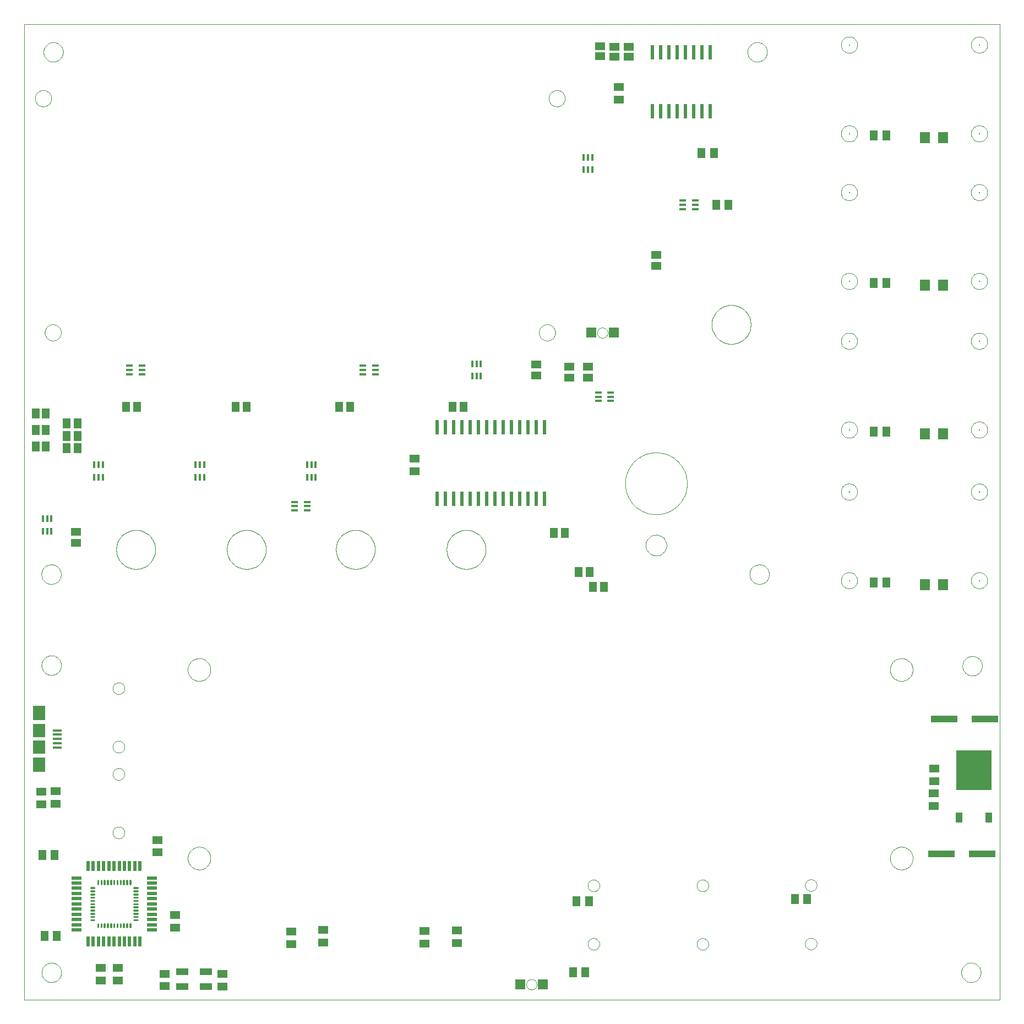
<source format=gbp>
G75*
G70*
%OFA0B0*%
%FSLAX24Y24*%
%IPPOS*%
%LPD*%
%AMOC8*
5,1,8,0,0,1.08239X$1,22.5*
%
%ADD10C,0.0000*%
%ADD11R,0.0236X0.0866*%
%ADD12R,0.0512X0.0591*%
%ADD13R,0.0591X0.0512*%
%ADD14R,0.0140X0.0440*%
%ADD15R,0.0460X0.0630*%
%ADD16R,0.0220X0.0900*%
%ADD17R,0.0630X0.0460*%
%ADD18R,0.0440X0.0140*%
%ADD19R,0.0591X0.0591*%
%ADD20R,0.0630X0.0709*%
%ADD21C,0.0005*%
%ADD22R,0.0630X0.0512*%
%ADD23R,0.0591X0.0197*%
%ADD24R,0.0197X0.0591*%
%ADD25C,0.0100*%
%ADD26R,0.0551X0.0157*%
%ADD27R,0.0748X0.0787*%
%ADD28R,0.0748X0.0866*%
%ADD29R,0.0748X0.0433*%
%ADD30R,0.0512X0.0630*%
%ADD31R,0.2126X0.2441*%
%ADD32R,0.0394X0.0630*%
%ADD33R,0.1600X0.0430*%
D10*
X001467Y000180D02*
X060522Y000180D01*
X060522Y059235D01*
X001467Y059235D01*
X001467Y000180D01*
X002517Y001821D02*
X002519Y001869D01*
X002525Y001917D01*
X002535Y001964D01*
X002548Y002010D01*
X002566Y002055D01*
X002586Y002099D01*
X002611Y002141D01*
X002639Y002180D01*
X002669Y002217D01*
X002703Y002251D01*
X002740Y002283D01*
X002778Y002312D01*
X002819Y002337D01*
X002862Y002359D01*
X002907Y002377D01*
X002953Y002391D01*
X003000Y002402D01*
X003048Y002409D01*
X003096Y002412D01*
X003144Y002411D01*
X003192Y002406D01*
X003240Y002397D01*
X003286Y002385D01*
X003331Y002368D01*
X003375Y002348D01*
X003417Y002325D01*
X003457Y002298D01*
X003495Y002268D01*
X003530Y002235D01*
X003562Y002199D01*
X003592Y002161D01*
X003618Y002120D01*
X003640Y002077D01*
X003660Y002033D01*
X003675Y001988D01*
X003687Y001941D01*
X003695Y001893D01*
X003699Y001845D01*
X003699Y001797D01*
X003695Y001749D01*
X003687Y001701D01*
X003675Y001654D01*
X003660Y001609D01*
X003640Y001565D01*
X003618Y001522D01*
X003592Y001481D01*
X003562Y001443D01*
X003530Y001407D01*
X003495Y001374D01*
X003457Y001344D01*
X003417Y001317D01*
X003375Y001294D01*
X003331Y001274D01*
X003286Y001257D01*
X003240Y001245D01*
X003192Y001236D01*
X003144Y001231D01*
X003096Y001230D01*
X003048Y001233D01*
X003000Y001240D01*
X002953Y001251D01*
X002907Y001265D01*
X002862Y001283D01*
X002819Y001305D01*
X002778Y001330D01*
X002740Y001359D01*
X002703Y001391D01*
X002669Y001425D01*
X002639Y001462D01*
X002611Y001501D01*
X002586Y001543D01*
X002566Y001587D01*
X002548Y001632D01*
X002535Y001678D01*
X002525Y001725D01*
X002519Y001773D01*
X002517Y001821D01*
X006820Y010293D02*
X006822Y010330D01*
X006828Y010367D01*
X006837Y010403D01*
X006851Y010437D01*
X006868Y010470D01*
X006888Y010502D01*
X006911Y010531D01*
X006937Y010557D01*
X006966Y010580D01*
X006997Y010600D01*
X007031Y010617D01*
X007065Y010631D01*
X007101Y010640D01*
X007138Y010646D01*
X007175Y010648D01*
X007212Y010646D01*
X007249Y010640D01*
X007285Y010631D01*
X007319Y010617D01*
X007352Y010600D01*
X007384Y010580D01*
X007413Y010557D01*
X007439Y010531D01*
X007462Y010502D01*
X007482Y010471D01*
X007499Y010437D01*
X007513Y010403D01*
X007522Y010367D01*
X007528Y010330D01*
X007530Y010293D01*
X007528Y010256D01*
X007522Y010219D01*
X007513Y010183D01*
X007499Y010149D01*
X007482Y010116D01*
X007462Y010084D01*
X007439Y010055D01*
X007413Y010029D01*
X007384Y010006D01*
X007353Y009986D01*
X007319Y009969D01*
X007285Y009955D01*
X007249Y009946D01*
X007212Y009940D01*
X007175Y009938D01*
X007138Y009940D01*
X007101Y009946D01*
X007065Y009955D01*
X007031Y009969D01*
X006998Y009986D01*
X006966Y010006D01*
X006937Y010029D01*
X006911Y010055D01*
X006888Y010084D01*
X006868Y010115D01*
X006851Y010149D01*
X006837Y010183D01*
X006828Y010219D01*
X006822Y010256D01*
X006820Y010293D01*
X006820Y013833D02*
X006822Y013870D01*
X006828Y013907D01*
X006837Y013943D01*
X006851Y013977D01*
X006868Y014010D01*
X006888Y014042D01*
X006911Y014071D01*
X006937Y014097D01*
X006966Y014120D01*
X006997Y014140D01*
X007031Y014157D01*
X007065Y014171D01*
X007101Y014180D01*
X007138Y014186D01*
X007175Y014188D01*
X007212Y014186D01*
X007249Y014180D01*
X007285Y014171D01*
X007319Y014157D01*
X007352Y014140D01*
X007384Y014120D01*
X007413Y014097D01*
X007439Y014071D01*
X007462Y014042D01*
X007482Y014011D01*
X007499Y013977D01*
X007513Y013943D01*
X007522Y013907D01*
X007528Y013870D01*
X007530Y013833D01*
X007528Y013796D01*
X007522Y013759D01*
X007513Y013723D01*
X007499Y013689D01*
X007482Y013656D01*
X007462Y013624D01*
X007439Y013595D01*
X007413Y013569D01*
X007384Y013546D01*
X007353Y013526D01*
X007319Y013509D01*
X007285Y013495D01*
X007249Y013486D01*
X007212Y013480D01*
X007175Y013478D01*
X007138Y013480D01*
X007101Y013486D01*
X007065Y013495D01*
X007031Y013509D01*
X006998Y013526D01*
X006966Y013546D01*
X006937Y013569D01*
X006911Y013595D01*
X006888Y013624D01*
X006868Y013655D01*
X006851Y013689D01*
X006837Y013723D01*
X006828Y013759D01*
X006822Y013796D01*
X006820Y013833D01*
X006820Y015488D02*
X006822Y015525D01*
X006828Y015562D01*
X006837Y015598D01*
X006851Y015632D01*
X006868Y015665D01*
X006888Y015697D01*
X006911Y015726D01*
X006937Y015752D01*
X006966Y015775D01*
X006997Y015795D01*
X007031Y015812D01*
X007065Y015826D01*
X007101Y015835D01*
X007138Y015841D01*
X007175Y015843D01*
X007212Y015841D01*
X007249Y015835D01*
X007285Y015826D01*
X007319Y015812D01*
X007352Y015795D01*
X007384Y015775D01*
X007413Y015752D01*
X007439Y015726D01*
X007462Y015697D01*
X007482Y015666D01*
X007499Y015632D01*
X007513Y015598D01*
X007522Y015562D01*
X007528Y015525D01*
X007530Y015488D01*
X007528Y015451D01*
X007522Y015414D01*
X007513Y015378D01*
X007499Y015344D01*
X007482Y015311D01*
X007462Y015279D01*
X007439Y015250D01*
X007413Y015224D01*
X007384Y015201D01*
X007353Y015181D01*
X007319Y015164D01*
X007285Y015150D01*
X007249Y015141D01*
X007212Y015135D01*
X007175Y015133D01*
X007138Y015135D01*
X007101Y015141D01*
X007065Y015150D01*
X007031Y015164D01*
X006998Y015181D01*
X006966Y015201D01*
X006937Y015224D01*
X006911Y015250D01*
X006888Y015279D01*
X006868Y015310D01*
X006851Y015344D01*
X006837Y015378D01*
X006828Y015414D01*
X006822Y015451D01*
X006820Y015488D01*
X006820Y019028D02*
X006822Y019065D01*
X006828Y019102D01*
X006837Y019138D01*
X006851Y019172D01*
X006868Y019205D01*
X006888Y019237D01*
X006911Y019266D01*
X006937Y019292D01*
X006966Y019315D01*
X006997Y019335D01*
X007031Y019352D01*
X007065Y019366D01*
X007101Y019375D01*
X007138Y019381D01*
X007175Y019383D01*
X007212Y019381D01*
X007249Y019375D01*
X007285Y019366D01*
X007319Y019352D01*
X007352Y019335D01*
X007384Y019315D01*
X007413Y019292D01*
X007439Y019266D01*
X007462Y019237D01*
X007482Y019206D01*
X007499Y019172D01*
X007513Y019138D01*
X007522Y019102D01*
X007528Y019065D01*
X007530Y019028D01*
X007528Y018991D01*
X007522Y018954D01*
X007513Y018918D01*
X007499Y018884D01*
X007482Y018851D01*
X007462Y018819D01*
X007439Y018790D01*
X007413Y018764D01*
X007384Y018741D01*
X007353Y018721D01*
X007319Y018704D01*
X007285Y018690D01*
X007249Y018681D01*
X007212Y018675D01*
X007175Y018673D01*
X007138Y018675D01*
X007101Y018681D01*
X007065Y018690D01*
X007031Y018704D01*
X006998Y018721D01*
X006966Y018741D01*
X006937Y018764D01*
X006911Y018790D01*
X006888Y018819D01*
X006868Y018850D01*
X006851Y018884D01*
X006837Y018918D01*
X006828Y018954D01*
X006822Y018991D01*
X006820Y019028D01*
X002507Y020423D02*
X002509Y020471D01*
X002515Y020519D01*
X002525Y020566D01*
X002538Y020612D01*
X002556Y020657D01*
X002576Y020701D01*
X002601Y020743D01*
X002629Y020782D01*
X002659Y020819D01*
X002693Y020853D01*
X002730Y020885D01*
X002768Y020914D01*
X002809Y020939D01*
X002852Y020961D01*
X002897Y020979D01*
X002943Y020993D01*
X002990Y021004D01*
X003038Y021011D01*
X003086Y021014D01*
X003134Y021013D01*
X003182Y021008D01*
X003230Y020999D01*
X003276Y020987D01*
X003321Y020970D01*
X003365Y020950D01*
X003407Y020927D01*
X003447Y020900D01*
X003485Y020870D01*
X003520Y020837D01*
X003552Y020801D01*
X003582Y020763D01*
X003608Y020722D01*
X003630Y020679D01*
X003650Y020635D01*
X003665Y020590D01*
X003677Y020543D01*
X003685Y020495D01*
X003689Y020447D01*
X003689Y020399D01*
X003685Y020351D01*
X003677Y020303D01*
X003665Y020256D01*
X003650Y020211D01*
X003630Y020167D01*
X003608Y020124D01*
X003582Y020083D01*
X003552Y020045D01*
X003520Y020009D01*
X003485Y019976D01*
X003447Y019946D01*
X003407Y019919D01*
X003365Y019896D01*
X003321Y019876D01*
X003276Y019859D01*
X003230Y019847D01*
X003182Y019838D01*
X003134Y019833D01*
X003086Y019832D01*
X003038Y019835D01*
X002990Y019842D01*
X002943Y019853D01*
X002897Y019867D01*
X002852Y019885D01*
X002809Y019907D01*
X002768Y019932D01*
X002730Y019961D01*
X002693Y019993D01*
X002659Y020027D01*
X002629Y020064D01*
X002601Y020103D01*
X002576Y020145D01*
X002556Y020189D01*
X002538Y020234D01*
X002525Y020280D01*
X002515Y020327D01*
X002509Y020375D01*
X002507Y020423D01*
X001467Y024305D02*
X001467Y059174D01*
X002626Y057555D02*
X002628Y057603D01*
X002634Y057651D01*
X002644Y057698D01*
X002657Y057744D01*
X002675Y057789D01*
X002695Y057833D01*
X002720Y057875D01*
X002748Y057914D01*
X002778Y057951D01*
X002812Y057985D01*
X002849Y058017D01*
X002887Y058046D01*
X002928Y058071D01*
X002971Y058093D01*
X003016Y058111D01*
X003062Y058125D01*
X003109Y058136D01*
X003157Y058143D01*
X003205Y058146D01*
X003253Y058145D01*
X003301Y058140D01*
X003349Y058131D01*
X003395Y058119D01*
X003440Y058102D01*
X003484Y058082D01*
X003526Y058059D01*
X003566Y058032D01*
X003604Y058002D01*
X003639Y057969D01*
X003671Y057933D01*
X003701Y057895D01*
X003727Y057854D01*
X003749Y057811D01*
X003769Y057767D01*
X003784Y057722D01*
X003796Y057675D01*
X003804Y057627D01*
X003808Y057579D01*
X003808Y057531D01*
X003804Y057483D01*
X003796Y057435D01*
X003784Y057388D01*
X003769Y057343D01*
X003749Y057299D01*
X003727Y057256D01*
X003701Y057215D01*
X003671Y057177D01*
X003639Y057141D01*
X003604Y057108D01*
X003566Y057078D01*
X003526Y057051D01*
X003484Y057028D01*
X003440Y057008D01*
X003395Y056991D01*
X003349Y056979D01*
X003301Y056970D01*
X003253Y056965D01*
X003205Y056964D01*
X003157Y056967D01*
X003109Y056974D01*
X003062Y056985D01*
X003016Y056999D01*
X002971Y057017D01*
X002928Y057039D01*
X002887Y057064D01*
X002849Y057093D01*
X002812Y057125D01*
X002778Y057159D01*
X002748Y057196D01*
X002720Y057235D01*
X002695Y057277D01*
X002675Y057321D01*
X002657Y057366D01*
X002644Y057412D01*
X002634Y057459D01*
X002628Y057507D01*
X002626Y057555D01*
X002114Y054742D02*
X002116Y054786D01*
X002122Y054830D01*
X002132Y054873D01*
X002145Y054915D01*
X002163Y054955D01*
X002184Y054994D01*
X002208Y055031D01*
X002235Y055066D01*
X002266Y055098D01*
X002299Y055127D01*
X002335Y055153D01*
X002373Y055175D01*
X002413Y055194D01*
X002454Y055210D01*
X002497Y055222D01*
X002540Y055230D01*
X002584Y055234D01*
X002628Y055234D01*
X002672Y055230D01*
X002715Y055222D01*
X002758Y055210D01*
X002799Y055194D01*
X002839Y055175D01*
X002877Y055153D01*
X002913Y055127D01*
X002946Y055098D01*
X002977Y055066D01*
X003004Y055031D01*
X003028Y054994D01*
X003049Y054955D01*
X003067Y054915D01*
X003080Y054873D01*
X003090Y054830D01*
X003096Y054786D01*
X003098Y054742D01*
X003096Y054698D01*
X003090Y054654D01*
X003080Y054611D01*
X003067Y054569D01*
X003049Y054529D01*
X003028Y054490D01*
X003004Y054453D01*
X002977Y054418D01*
X002946Y054386D01*
X002913Y054357D01*
X002877Y054331D01*
X002839Y054309D01*
X002799Y054290D01*
X002758Y054274D01*
X002715Y054262D01*
X002672Y054254D01*
X002628Y054250D01*
X002584Y054250D01*
X002540Y054254D01*
X002497Y054262D01*
X002454Y054274D01*
X002413Y054290D01*
X002373Y054309D01*
X002335Y054331D01*
X002299Y054357D01*
X002266Y054386D01*
X002235Y054418D01*
X002208Y054453D01*
X002184Y054490D01*
X002163Y054529D01*
X002145Y054569D01*
X002132Y054611D01*
X002122Y054654D01*
X002116Y054698D01*
X002114Y054742D01*
X002705Y040568D02*
X002707Y040612D01*
X002713Y040656D01*
X002723Y040699D01*
X002736Y040741D01*
X002754Y040781D01*
X002775Y040820D01*
X002799Y040857D01*
X002826Y040892D01*
X002857Y040924D01*
X002890Y040953D01*
X002926Y040979D01*
X002964Y041001D01*
X003004Y041020D01*
X003045Y041036D01*
X003088Y041048D01*
X003131Y041056D01*
X003175Y041060D01*
X003219Y041060D01*
X003263Y041056D01*
X003306Y041048D01*
X003349Y041036D01*
X003390Y041020D01*
X003430Y041001D01*
X003468Y040979D01*
X003504Y040953D01*
X003537Y040924D01*
X003568Y040892D01*
X003595Y040857D01*
X003619Y040820D01*
X003640Y040781D01*
X003658Y040741D01*
X003671Y040699D01*
X003681Y040656D01*
X003687Y040612D01*
X003689Y040568D01*
X003687Y040524D01*
X003681Y040480D01*
X003671Y040437D01*
X003658Y040395D01*
X003640Y040355D01*
X003619Y040316D01*
X003595Y040279D01*
X003568Y040244D01*
X003537Y040212D01*
X003504Y040183D01*
X003468Y040157D01*
X003430Y040135D01*
X003390Y040116D01*
X003349Y040100D01*
X003306Y040088D01*
X003263Y040080D01*
X003219Y040076D01*
X003175Y040076D01*
X003131Y040080D01*
X003088Y040088D01*
X003045Y040100D01*
X003004Y040116D01*
X002964Y040135D01*
X002926Y040157D01*
X002890Y040183D01*
X002857Y040212D01*
X002826Y040244D01*
X002799Y040279D01*
X002775Y040316D01*
X002754Y040355D01*
X002736Y040395D01*
X002723Y040437D01*
X002713Y040480D01*
X002707Y040524D01*
X002705Y040568D01*
X007036Y027430D02*
X007038Y027499D01*
X007044Y027567D01*
X007054Y027635D01*
X007068Y027702D01*
X007086Y027769D01*
X007107Y027834D01*
X007133Y027898D01*
X007162Y027960D01*
X007194Y028020D01*
X007230Y028079D01*
X007270Y028135D01*
X007312Y028189D01*
X007358Y028240D01*
X007407Y028289D01*
X007458Y028335D01*
X007512Y028377D01*
X007568Y028417D01*
X007626Y028453D01*
X007687Y028485D01*
X007749Y028514D01*
X007813Y028540D01*
X007878Y028561D01*
X007945Y028579D01*
X008012Y028593D01*
X008080Y028603D01*
X008148Y028609D01*
X008217Y028611D01*
X008286Y028609D01*
X008354Y028603D01*
X008422Y028593D01*
X008489Y028579D01*
X008556Y028561D01*
X008621Y028540D01*
X008685Y028514D01*
X008747Y028485D01*
X008807Y028453D01*
X008866Y028417D01*
X008922Y028377D01*
X008976Y028335D01*
X009027Y028289D01*
X009076Y028240D01*
X009122Y028189D01*
X009164Y028135D01*
X009204Y028079D01*
X009240Y028020D01*
X009272Y027960D01*
X009301Y027898D01*
X009327Y027834D01*
X009348Y027769D01*
X009366Y027702D01*
X009380Y027635D01*
X009390Y027567D01*
X009396Y027499D01*
X009398Y027430D01*
X009396Y027361D01*
X009390Y027293D01*
X009380Y027225D01*
X009366Y027158D01*
X009348Y027091D01*
X009327Y027026D01*
X009301Y026962D01*
X009272Y026900D01*
X009240Y026839D01*
X009204Y026781D01*
X009164Y026725D01*
X009122Y026671D01*
X009076Y026620D01*
X009027Y026571D01*
X008976Y026525D01*
X008922Y026483D01*
X008866Y026443D01*
X008808Y026407D01*
X008747Y026375D01*
X008685Y026346D01*
X008621Y026320D01*
X008556Y026299D01*
X008489Y026281D01*
X008422Y026267D01*
X008354Y026257D01*
X008286Y026251D01*
X008217Y026249D01*
X008148Y026251D01*
X008080Y026257D01*
X008012Y026267D01*
X007945Y026281D01*
X007878Y026299D01*
X007813Y026320D01*
X007749Y026346D01*
X007687Y026375D01*
X007626Y026407D01*
X007568Y026443D01*
X007512Y026483D01*
X007458Y026525D01*
X007407Y026571D01*
X007358Y026620D01*
X007312Y026671D01*
X007270Y026725D01*
X007230Y026781D01*
X007194Y026839D01*
X007162Y026900D01*
X007133Y026962D01*
X007107Y027026D01*
X007086Y027091D01*
X007068Y027158D01*
X007054Y027225D01*
X007044Y027293D01*
X007038Y027361D01*
X007036Y027430D01*
X002501Y025930D02*
X002503Y025978D01*
X002509Y026026D01*
X002519Y026073D01*
X002532Y026119D01*
X002550Y026164D01*
X002570Y026208D01*
X002595Y026250D01*
X002623Y026289D01*
X002653Y026326D01*
X002687Y026360D01*
X002724Y026392D01*
X002762Y026421D01*
X002803Y026446D01*
X002846Y026468D01*
X002891Y026486D01*
X002937Y026500D01*
X002984Y026511D01*
X003032Y026518D01*
X003080Y026521D01*
X003128Y026520D01*
X003176Y026515D01*
X003224Y026506D01*
X003270Y026494D01*
X003315Y026477D01*
X003359Y026457D01*
X003401Y026434D01*
X003441Y026407D01*
X003479Y026377D01*
X003514Y026344D01*
X003546Y026308D01*
X003576Y026270D01*
X003602Y026229D01*
X003624Y026186D01*
X003644Y026142D01*
X003659Y026097D01*
X003671Y026050D01*
X003679Y026002D01*
X003683Y025954D01*
X003683Y025906D01*
X003679Y025858D01*
X003671Y025810D01*
X003659Y025763D01*
X003644Y025718D01*
X003624Y025674D01*
X003602Y025631D01*
X003576Y025590D01*
X003546Y025552D01*
X003514Y025516D01*
X003479Y025483D01*
X003441Y025453D01*
X003401Y025426D01*
X003359Y025403D01*
X003315Y025383D01*
X003270Y025366D01*
X003224Y025354D01*
X003176Y025345D01*
X003128Y025340D01*
X003080Y025339D01*
X003032Y025342D01*
X002984Y025349D01*
X002937Y025360D01*
X002891Y025374D01*
X002846Y025392D01*
X002803Y025414D01*
X002762Y025439D01*
X002724Y025468D01*
X002687Y025500D01*
X002653Y025534D01*
X002623Y025571D01*
X002595Y025610D01*
X002570Y025652D01*
X002550Y025696D01*
X002532Y025741D01*
X002519Y025787D01*
X002509Y025834D01*
X002503Y025882D01*
X002501Y025930D01*
X011361Y020155D02*
X011363Y020207D01*
X011369Y020259D01*
X011379Y020310D01*
X011392Y020360D01*
X011410Y020410D01*
X011431Y020457D01*
X011455Y020503D01*
X011484Y020547D01*
X011515Y020589D01*
X011549Y020628D01*
X011586Y020665D01*
X011626Y020698D01*
X011669Y020729D01*
X011713Y020756D01*
X011759Y020780D01*
X011808Y020800D01*
X011857Y020816D01*
X011908Y020829D01*
X011959Y020838D01*
X012011Y020843D01*
X012063Y020844D01*
X012115Y020841D01*
X012167Y020834D01*
X012218Y020823D01*
X012268Y020809D01*
X012317Y020790D01*
X012364Y020768D01*
X012409Y020743D01*
X012453Y020714D01*
X012494Y020682D01*
X012533Y020647D01*
X012568Y020609D01*
X012601Y020568D01*
X012631Y020526D01*
X012657Y020481D01*
X012680Y020434D01*
X012699Y020385D01*
X012715Y020335D01*
X012727Y020285D01*
X012735Y020233D01*
X012739Y020181D01*
X012739Y020129D01*
X012735Y020077D01*
X012727Y020025D01*
X012715Y019975D01*
X012699Y019925D01*
X012680Y019876D01*
X012657Y019829D01*
X012631Y019784D01*
X012601Y019742D01*
X012568Y019701D01*
X012533Y019663D01*
X012494Y019628D01*
X012453Y019596D01*
X012409Y019567D01*
X012364Y019542D01*
X012317Y019520D01*
X012268Y019501D01*
X012218Y019487D01*
X012167Y019476D01*
X012115Y019469D01*
X012063Y019466D01*
X012011Y019467D01*
X011959Y019472D01*
X011908Y019481D01*
X011857Y019494D01*
X011808Y019510D01*
X011759Y019530D01*
X011713Y019554D01*
X011669Y019581D01*
X011626Y019612D01*
X011586Y019645D01*
X011549Y019682D01*
X011515Y019721D01*
X011484Y019763D01*
X011455Y019807D01*
X011431Y019853D01*
X011410Y019900D01*
X011392Y019950D01*
X011379Y020000D01*
X011369Y020051D01*
X011363Y020103D01*
X011361Y020155D01*
X013736Y027430D02*
X013738Y027499D01*
X013744Y027567D01*
X013754Y027635D01*
X013768Y027702D01*
X013786Y027769D01*
X013807Y027834D01*
X013833Y027898D01*
X013862Y027960D01*
X013894Y028020D01*
X013930Y028079D01*
X013970Y028135D01*
X014012Y028189D01*
X014058Y028240D01*
X014107Y028289D01*
X014158Y028335D01*
X014212Y028377D01*
X014268Y028417D01*
X014326Y028453D01*
X014387Y028485D01*
X014449Y028514D01*
X014513Y028540D01*
X014578Y028561D01*
X014645Y028579D01*
X014712Y028593D01*
X014780Y028603D01*
X014848Y028609D01*
X014917Y028611D01*
X014986Y028609D01*
X015054Y028603D01*
X015122Y028593D01*
X015189Y028579D01*
X015256Y028561D01*
X015321Y028540D01*
X015385Y028514D01*
X015447Y028485D01*
X015507Y028453D01*
X015566Y028417D01*
X015622Y028377D01*
X015676Y028335D01*
X015727Y028289D01*
X015776Y028240D01*
X015822Y028189D01*
X015864Y028135D01*
X015904Y028079D01*
X015940Y028020D01*
X015972Y027960D01*
X016001Y027898D01*
X016027Y027834D01*
X016048Y027769D01*
X016066Y027702D01*
X016080Y027635D01*
X016090Y027567D01*
X016096Y027499D01*
X016098Y027430D01*
X016096Y027361D01*
X016090Y027293D01*
X016080Y027225D01*
X016066Y027158D01*
X016048Y027091D01*
X016027Y027026D01*
X016001Y026962D01*
X015972Y026900D01*
X015940Y026839D01*
X015904Y026781D01*
X015864Y026725D01*
X015822Y026671D01*
X015776Y026620D01*
X015727Y026571D01*
X015676Y026525D01*
X015622Y026483D01*
X015566Y026443D01*
X015508Y026407D01*
X015447Y026375D01*
X015385Y026346D01*
X015321Y026320D01*
X015256Y026299D01*
X015189Y026281D01*
X015122Y026267D01*
X015054Y026257D01*
X014986Y026251D01*
X014917Y026249D01*
X014848Y026251D01*
X014780Y026257D01*
X014712Y026267D01*
X014645Y026281D01*
X014578Y026299D01*
X014513Y026320D01*
X014449Y026346D01*
X014387Y026375D01*
X014326Y026407D01*
X014268Y026443D01*
X014212Y026483D01*
X014158Y026525D01*
X014107Y026571D01*
X014058Y026620D01*
X014012Y026671D01*
X013970Y026725D01*
X013930Y026781D01*
X013894Y026839D01*
X013862Y026900D01*
X013833Y026962D01*
X013807Y027026D01*
X013786Y027091D01*
X013768Y027158D01*
X013754Y027225D01*
X013744Y027293D01*
X013738Y027361D01*
X013736Y027430D01*
X020336Y027430D02*
X020338Y027499D01*
X020344Y027567D01*
X020354Y027635D01*
X020368Y027702D01*
X020386Y027769D01*
X020407Y027834D01*
X020433Y027898D01*
X020462Y027960D01*
X020494Y028020D01*
X020530Y028079D01*
X020570Y028135D01*
X020612Y028189D01*
X020658Y028240D01*
X020707Y028289D01*
X020758Y028335D01*
X020812Y028377D01*
X020868Y028417D01*
X020926Y028453D01*
X020987Y028485D01*
X021049Y028514D01*
X021113Y028540D01*
X021178Y028561D01*
X021245Y028579D01*
X021312Y028593D01*
X021380Y028603D01*
X021448Y028609D01*
X021517Y028611D01*
X021586Y028609D01*
X021654Y028603D01*
X021722Y028593D01*
X021789Y028579D01*
X021856Y028561D01*
X021921Y028540D01*
X021985Y028514D01*
X022047Y028485D01*
X022107Y028453D01*
X022166Y028417D01*
X022222Y028377D01*
X022276Y028335D01*
X022327Y028289D01*
X022376Y028240D01*
X022422Y028189D01*
X022464Y028135D01*
X022504Y028079D01*
X022540Y028020D01*
X022572Y027960D01*
X022601Y027898D01*
X022627Y027834D01*
X022648Y027769D01*
X022666Y027702D01*
X022680Y027635D01*
X022690Y027567D01*
X022696Y027499D01*
X022698Y027430D01*
X022696Y027361D01*
X022690Y027293D01*
X022680Y027225D01*
X022666Y027158D01*
X022648Y027091D01*
X022627Y027026D01*
X022601Y026962D01*
X022572Y026900D01*
X022540Y026839D01*
X022504Y026781D01*
X022464Y026725D01*
X022422Y026671D01*
X022376Y026620D01*
X022327Y026571D01*
X022276Y026525D01*
X022222Y026483D01*
X022166Y026443D01*
X022108Y026407D01*
X022047Y026375D01*
X021985Y026346D01*
X021921Y026320D01*
X021856Y026299D01*
X021789Y026281D01*
X021722Y026267D01*
X021654Y026257D01*
X021586Y026251D01*
X021517Y026249D01*
X021448Y026251D01*
X021380Y026257D01*
X021312Y026267D01*
X021245Y026281D01*
X021178Y026299D01*
X021113Y026320D01*
X021049Y026346D01*
X020987Y026375D01*
X020926Y026407D01*
X020868Y026443D01*
X020812Y026483D01*
X020758Y026525D01*
X020707Y026571D01*
X020658Y026620D01*
X020612Y026671D01*
X020570Y026725D01*
X020530Y026781D01*
X020494Y026839D01*
X020462Y026900D01*
X020433Y026962D01*
X020407Y027026D01*
X020386Y027091D01*
X020368Y027158D01*
X020354Y027225D01*
X020344Y027293D01*
X020338Y027361D01*
X020336Y027430D01*
X027036Y027430D02*
X027038Y027499D01*
X027044Y027567D01*
X027054Y027635D01*
X027068Y027702D01*
X027086Y027769D01*
X027107Y027834D01*
X027133Y027898D01*
X027162Y027960D01*
X027194Y028020D01*
X027230Y028079D01*
X027270Y028135D01*
X027312Y028189D01*
X027358Y028240D01*
X027407Y028289D01*
X027458Y028335D01*
X027512Y028377D01*
X027568Y028417D01*
X027626Y028453D01*
X027687Y028485D01*
X027749Y028514D01*
X027813Y028540D01*
X027878Y028561D01*
X027945Y028579D01*
X028012Y028593D01*
X028080Y028603D01*
X028148Y028609D01*
X028217Y028611D01*
X028286Y028609D01*
X028354Y028603D01*
X028422Y028593D01*
X028489Y028579D01*
X028556Y028561D01*
X028621Y028540D01*
X028685Y028514D01*
X028747Y028485D01*
X028807Y028453D01*
X028866Y028417D01*
X028922Y028377D01*
X028976Y028335D01*
X029027Y028289D01*
X029076Y028240D01*
X029122Y028189D01*
X029164Y028135D01*
X029204Y028079D01*
X029240Y028020D01*
X029272Y027960D01*
X029301Y027898D01*
X029327Y027834D01*
X029348Y027769D01*
X029366Y027702D01*
X029380Y027635D01*
X029390Y027567D01*
X029396Y027499D01*
X029398Y027430D01*
X029396Y027361D01*
X029390Y027293D01*
X029380Y027225D01*
X029366Y027158D01*
X029348Y027091D01*
X029327Y027026D01*
X029301Y026962D01*
X029272Y026900D01*
X029240Y026839D01*
X029204Y026781D01*
X029164Y026725D01*
X029122Y026671D01*
X029076Y026620D01*
X029027Y026571D01*
X028976Y026525D01*
X028922Y026483D01*
X028866Y026443D01*
X028808Y026407D01*
X028747Y026375D01*
X028685Y026346D01*
X028621Y026320D01*
X028556Y026299D01*
X028489Y026281D01*
X028422Y026267D01*
X028354Y026257D01*
X028286Y026251D01*
X028217Y026249D01*
X028148Y026251D01*
X028080Y026257D01*
X028012Y026267D01*
X027945Y026281D01*
X027878Y026299D01*
X027813Y026320D01*
X027749Y026346D01*
X027687Y026375D01*
X027626Y026407D01*
X027568Y026443D01*
X027512Y026483D01*
X027458Y026525D01*
X027407Y026571D01*
X027358Y026620D01*
X027312Y026671D01*
X027270Y026725D01*
X027230Y026781D01*
X027194Y026839D01*
X027162Y026900D01*
X027133Y026962D01*
X027107Y027026D01*
X027086Y027091D01*
X027068Y027158D01*
X027054Y027225D01*
X027044Y027293D01*
X027038Y027361D01*
X027036Y027430D01*
X039087Y027690D02*
X039089Y027740D01*
X039095Y027790D01*
X039105Y027839D01*
X039119Y027887D01*
X039136Y027934D01*
X039157Y027979D01*
X039182Y028023D01*
X039210Y028064D01*
X039242Y028103D01*
X039276Y028140D01*
X039313Y028174D01*
X039353Y028204D01*
X039395Y028231D01*
X039439Y028255D01*
X039485Y028276D01*
X039532Y028292D01*
X039580Y028305D01*
X039630Y028314D01*
X039679Y028319D01*
X039730Y028320D01*
X039780Y028317D01*
X039829Y028310D01*
X039878Y028299D01*
X039926Y028284D01*
X039972Y028266D01*
X040017Y028244D01*
X040060Y028218D01*
X040101Y028189D01*
X040140Y028157D01*
X040176Y028122D01*
X040208Y028084D01*
X040238Y028044D01*
X040265Y028001D01*
X040288Y027957D01*
X040307Y027911D01*
X040323Y027863D01*
X040335Y027814D01*
X040343Y027765D01*
X040347Y027715D01*
X040347Y027665D01*
X040343Y027615D01*
X040335Y027566D01*
X040323Y027517D01*
X040307Y027469D01*
X040288Y027423D01*
X040265Y027379D01*
X040238Y027336D01*
X040208Y027296D01*
X040176Y027258D01*
X040140Y027223D01*
X040101Y027191D01*
X040060Y027162D01*
X040017Y027136D01*
X039972Y027114D01*
X039926Y027096D01*
X039878Y027081D01*
X039829Y027070D01*
X039780Y027063D01*
X039730Y027060D01*
X039679Y027061D01*
X039630Y027066D01*
X039580Y027075D01*
X039532Y027088D01*
X039485Y027104D01*
X039439Y027125D01*
X039395Y027149D01*
X039353Y027176D01*
X039313Y027206D01*
X039276Y027240D01*
X039242Y027277D01*
X039210Y027316D01*
X039182Y027357D01*
X039157Y027401D01*
X039136Y027446D01*
X039119Y027493D01*
X039105Y027541D01*
X039095Y027590D01*
X039089Y027640D01*
X039087Y027690D01*
X037842Y031430D02*
X037844Y031522D01*
X037851Y031614D01*
X037862Y031705D01*
X037878Y031796D01*
X037898Y031886D01*
X037923Y031974D01*
X037952Y032062D01*
X037985Y032148D01*
X038022Y032232D01*
X038063Y032314D01*
X038109Y032394D01*
X038158Y032472D01*
X038211Y032547D01*
X038268Y032619D01*
X038328Y032689D01*
X038391Y032756D01*
X038458Y032819D01*
X038528Y032879D01*
X038600Y032936D01*
X038675Y032989D01*
X038753Y033038D01*
X038833Y033084D01*
X038915Y033125D01*
X038999Y033162D01*
X039085Y033195D01*
X039173Y033224D01*
X039261Y033249D01*
X039351Y033269D01*
X039442Y033285D01*
X039533Y033296D01*
X039625Y033303D01*
X039717Y033305D01*
X039809Y033303D01*
X039901Y033296D01*
X039992Y033285D01*
X040083Y033269D01*
X040173Y033249D01*
X040261Y033224D01*
X040349Y033195D01*
X040435Y033162D01*
X040519Y033125D01*
X040601Y033084D01*
X040681Y033038D01*
X040759Y032989D01*
X040834Y032936D01*
X040906Y032879D01*
X040976Y032819D01*
X041043Y032756D01*
X041106Y032689D01*
X041166Y032619D01*
X041223Y032547D01*
X041276Y032472D01*
X041325Y032394D01*
X041371Y032314D01*
X041412Y032232D01*
X041449Y032148D01*
X041482Y032062D01*
X041511Y031974D01*
X041536Y031886D01*
X041556Y031796D01*
X041572Y031705D01*
X041583Y031614D01*
X041590Y031522D01*
X041592Y031430D01*
X041590Y031338D01*
X041583Y031246D01*
X041572Y031155D01*
X041556Y031064D01*
X041536Y030974D01*
X041511Y030886D01*
X041482Y030798D01*
X041449Y030712D01*
X041412Y030628D01*
X041371Y030546D01*
X041325Y030466D01*
X041276Y030388D01*
X041223Y030313D01*
X041166Y030241D01*
X041106Y030171D01*
X041043Y030104D01*
X040976Y030041D01*
X040906Y029981D01*
X040834Y029924D01*
X040759Y029871D01*
X040681Y029822D01*
X040601Y029776D01*
X040519Y029735D01*
X040435Y029698D01*
X040349Y029665D01*
X040261Y029636D01*
X040173Y029611D01*
X040083Y029591D01*
X039992Y029575D01*
X039901Y029564D01*
X039809Y029557D01*
X039717Y029555D01*
X039625Y029557D01*
X039533Y029564D01*
X039442Y029575D01*
X039351Y029591D01*
X039261Y029611D01*
X039173Y029636D01*
X039085Y029665D01*
X038999Y029698D01*
X038915Y029735D01*
X038833Y029776D01*
X038753Y029822D01*
X038675Y029871D01*
X038600Y029924D01*
X038528Y029981D01*
X038458Y030041D01*
X038391Y030104D01*
X038328Y030171D01*
X038268Y030241D01*
X038211Y030313D01*
X038158Y030388D01*
X038109Y030466D01*
X038063Y030546D01*
X038022Y030628D01*
X037985Y030712D01*
X037952Y030798D01*
X037923Y030886D01*
X037898Y030974D01*
X037878Y031064D01*
X037862Y031155D01*
X037851Y031246D01*
X037844Y031338D01*
X037842Y031430D01*
X045376Y025930D02*
X045378Y025978D01*
X045384Y026026D01*
X045394Y026073D01*
X045407Y026119D01*
X045425Y026164D01*
X045445Y026208D01*
X045470Y026250D01*
X045498Y026289D01*
X045528Y026326D01*
X045562Y026360D01*
X045599Y026392D01*
X045637Y026421D01*
X045678Y026446D01*
X045721Y026468D01*
X045766Y026486D01*
X045812Y026500D01*
X045859Y026511D01*
X045907Y026518D01*
X045955Y026521D01*
X046003Y026520D01*
X046051Y026515D01*
X046099Y026506D01*
X046145Y026494D01*
X046190Y026477D01*
X046234Y026457D01*
X046276Y026434D01*
X046316Y026407D01*
X046354Y026377D01*
X046389Y026344D01*
X046421Y026308D01*
X046451Y026270D01*
X046477Y026229D01*
X046499Y026186D01*
X046519Y026142D01*
X046534Y026097D01*
X046546Y026050D01*
X046554Y026002D01*
X046558Y025954D01*
X046558Y025906D01*
X046554Y025858D01*
X046546Y025810D01*
X046534Y025763D01*
X046519Y025718D01*
X046499Y025674D01*
X046477Y025631D01*
X046451Y025590D01*
X046421Y025552D01*
X046389Y025516D01*
X046354Y025483D01*
X046316Y025453D01*
X046276Y025426D01*
X046234Y025403D01*
X046190Y025383D01*
X046145Y025366D01*
X046099Y025354D01*
X046051Y025345D01*
X046003Y025340D01*
X045955Y025339D01*
X045907Y025342D01*
X045859Y025349D01*
X045812Y025360D01*
X045766Y025374D01*
X045721Y025392D01*
X045678Y025414D01*
X045637Y025439D01*
X045599Y025468D01*
X045562Y025500D01*
X045528Y025534D01*
X045498Y025571D01*
X045470Y025610D01*
X045445Y025652D01*
X045425Y025696D01*
X045407Y025741D01*
X045394Y025787D01*
X045384Y025834D01*
X045378Y025882D01*
X045376Y025930D01*
X050913Y025555D02*
X050915Y025599D01*
X050921Y025643D01*
X050931Y025686D01*
X050944Y025728D01*
X050962Y025768D01*
X050983Y025807D01*
X051007Y025844D01*
X051034Y025879D01*
X051065Y025911D01*
X051098Y025940D01*
X051134Y025966D01*
X051172Y025988D01*
X051212Y026007D01*
X051253Y026023D01*
X051296Y026035D01*
X051339Y026043D01*
X051383Y026047D01*
X051427Y026047D01*
X051471Y026043D01*
X051514Y026035D01*
X051557Y026023D01*
X051598Y026007D01*
X051638Y025988D01*
X051676Y025966D01*
X051712Y025940D01*
X051745Y025911D01*
X051776Y025879D01*
X051803Y025844D01*
X051827Y025807D01*
X051848Y025768D01*
X051866Y025728D01*
X051879Y025686D01*
X051889Y025643D01*
X051895Y025599D01*
X051897Y025555D01*
X051895Y025511D01*
X051889Y025467D01*
X051879Y025424D01*
X051866Y025382D01*
X051848Y025342D01*
X051827Y025303D01*
X051803Y025266D01*
X051776Y025231D01*
X051745Y025199D01*
X051712Y025170D01*
X051676Y025144D01*
X051638Y025122D01*
X051598Y025103D01*
X051557Y025087D01*
X051514Y025075D01*
X051471Y025067D01*
X051427Y025063D01*
X051383Y025063D01*
X051339Y025067D01*
X051296Y025075D01*
X051253Y025087D01*
X051212Y025103D01*
X051172Y025122D01*
X051134Y025144D01*
X051098Y025170D01*
X051065Y025199D01*
X051034Y025231D01*
X051007Y025266D01*
X050983Y025303D01*
X050962Y025342D01*
X050944Y025382D01*
X050931Y025424D01*
X050921Y025467D01*
X050915Y025511D01*
X050913Y025555D01*
X050913Y030930D02*
X050915Y030974D01*
X050921Y031018D01*
X050931Y031061D01*
X050944Y031103D01*
X050962Y031143D01*
X050983Y031182D01*
X051007Y031219D01*
X051034Y031254D01*
X051065Y031286D01*
X051098Y031315D01*
X051134Y031341D01*
X051172Y031363D01*
X051212Y031382D01*
X051253Y031398D01*
X051296Y031410D01*
X051339Y031418D01*
X051383Y031422D01*
X051427Y031422D01*
X051471Y031418D01*
X051514Y031410D01*
X051557Y031398D01*
X051598Y031382D01*
X051638Y031363D01*
X051676Y031341D01*
X051712Y031315D01*
X051745Y031286D01*
X051776Y031254D01*
X051803Y031219D01*
X051827Y031182D01*
X051848Y031143D01*
X051866Y031103D01*
X051879Y031061D01*
X051889Y031018D01*
X051895Y030974D01*
X051897Y030930D01*
X051895Y030886D01*
X051889Y030842D01*
X051879Y030799D01*
X051866Y030757D01*
X051848Y030717D01*
X051827Y030678D01*
X051803Y030641D01*
X051776Y030606D01*
X051745Y030574D01*
X051712Y030545D01*
X051676Y030519D01*
X051638Y030497D01*
X051598Y030478D01*
X051557Y030462D01*
X051514Y030450D01*
X051471Y030442D01*
X051427Y030438D01*
X051383Y030438D01*
X051339Y030442D01*
X051296Y030450D01*
X051253Y030462D01*
X051212Y030478D01*
X051172Y030497D01*
X051134Y030519D01*
X051098Y030545D01*
X051065Y030574D01*
X051034Y030606D01*
X051007Y030641D01*
X050983Y030678D01*
X050962Y030717D01*
X050944Y030757D01*
X050931Y030799D01*
X050921Y030842D01*
X050915Y030886D01*
X050913Y030930D01*
X050913Y034680D02*
X050915Y034724D01*
X050921Y034768D01*
X050931Y034811D01*
X050944Y034853D01*
X050962Y034893D01*
X050983Y034932D01*
X051007Y034969D01*
X051034Y035004D01*
X051065Y035036D01*
X051098Y035065D01*
X051134Y035091D01*
X051172Y035113D01*
X051212Y035132D01*
X051253Y035148D01*
X051296Y035160D01*
X051339Y035168D01*
X051383Y035172D01*
X051427Y035172D01*
X051471Y035168D01*
X051514Y035160D01*
X051557Y035148D01*
X051598Y035132D01*
X051638Y035113D01*
X051676Y035091D01*
X051712Y035065D01*
X051745Y035036D01*
X051776Y035004D01*
X051803Y034969D01*
X051827Y034932D01*
X051848Y034893D01*
X051866Y034853D01*
X051879Y034811D01*
X051889Y034768D01*
X051895Y034724D01*
X051897Y034680D01*
X051895Y034636D01*
X051889Y034592D01*
X051879Y034549D01*
X051866Y034507D01*
X051848Y034467D01*
X051827Y034428D01*
X051803Y034391D01*
X051776Y034356D01*
X051745Y034324D01*
X051712Y034295D01*
X051676Y034269D01*
X051638Y034247D01*
X051598Y034228D01*
X051557Y034212D01*
X051514Y034200D01*
X051471Y034192D01*
X051427Y034188D01*
X051383Y034188D01*
X051339Y034192D01*
X051296Y034200D01*
X051253Y034212D01*
X051212Y034228D01*
X051172Y034247D01*
X051134Y034269D01*
X051098Y034295D01*
X051065Y034324D01*
X051034Y034356D01*
X051007Y034391D01*
X050983Y034428D01*
X050962Y034467D01*
X050944Y034507D01*
X050931Y034549D01*
X050921Y034592D01*
X050915Y034636D01*
X050913Y034680D01*
X050913Y040055D02*
X050915Y040099D01*
X050921Y040143D01*
X050931Y040186D01*
X050944Y040228D01*
X050962Y040268D01*
X050983Y040307D01*
X051007Y040344D01*
X051034Y040379D01*
X051065Y040411D01*
X051098Y040440D01*
X051134Y040466D01*
X051172Y040488D01*
X051212Y040507D01*
X051253Y040523D01*
X051296Y040535D01*
X051339Y040543D01*
X051383Y040547D01*
X051427Y040547D01*
X051471Y040543D01*
X051514Y040535D01*
X051557Y040523D01*
X051598Y040507D01*
X051638Y040488D01*
X051676Y040466D01*
X051712Y040440D01*
X051745Y040411D01*
X051776Y040379D01*
X051803Y040344D01*
X051827Y040307D01*
X051848Y040268D01*
X051866Y040228D01*
X051879Y040186D01*
X051889Y040143D01*
X051895Y040099D01*
X051897Y040055D01*
X051895Y040011D01*
X051889Y039967D01*
X051879Y039924D01*
X051866Y039882D01*
X051848Y039842D01*
X051827Y039803D01*
X051803Y039766D01*
X051776Y039731D01*
X051745Y039699D01*
X051712Y039670D01*
X051676Y039644D01*
X051638Y039622D01*
X051598Y039603D01*
X051557Y039587D01*
X051514Y039575D01*
X051471Y039567D01*
X051427Y039563D01*
X051383Y039563D01*
X051339Y039567D01*
X051296Y039575D01*
X051253Y039587D01*
X051212Y039603D01*
X051172Y039622D01*
X051134Y039644D01*
X051098Y039670D01*
X051065Y039699D01*
X051034Y039731D01*
X051007Y039766D01*
X050983Y039803D01*
X050962Y039842D01*
X050944Y039882D01*
X050931Y039924D01*
X050921Y039967D01*
X050915Y040011D01*
X050913Y040055D01*
X050913Y043680D02*
X050915Y043724D01*
X050921Y043768D01*
X050931Y043811D01*
X050944Y043853D01*
X050962Y043893D01*
X050983Y043932D01*
X051007Y043969D01*
X051034Y044004D01*
X051065Y044036D01*
X051098Y044065D01*
X051134Y044091D01*
X051172Y044113D01*
X051212Y044132D01*
X051253Y044148D01*
X051296Y044160D01*
X051339Y044168D01*
X051383Y044172D01*
X051427Y044172D01*
X051471Y044168D01*
X051514Y044160D01*
X051557Y044148D01*
X051598Y044132D01*
X051638Y044113D01*
X051676Y044091D01*
X051712Y044065D01*
X051745Y044036D01*
X051776Y044004D01*
X051803Y043969D01*
X051827Y043932D01*
X051848Y043893D01*
X051866Y043853D01*
X051879Y043811D01*
X051889Y043768D01*
X051895Y043724D01*
X051897Y043680D01*
X051895Y043636D01*
X051889Y043592D01*
X051879Y043549D01*
X051866Y043507D01*
X051848Y043467D01*
X051827Y043428D01*
X051803Y043391D01*
X051776Y043356D01*
X051745Y043324D01*
X051712Y043295D01*
X051676Y043269D01*
X051638Y043247D01*
X051598Y043228D01*
X051557Y043212D01*
X051514Y043200D01*
X051471Y043192D01*
X051427Y043188D01*
X051383Y043188D01*
X051339Y043192D01*
X051296Y043200D01*
X051253Y043212D01*
X051212Y043228D01*
X051172Y043247D01*
X051134Y043269D01*
X051098Y043295D01*
X051065Y043324D01*
X051034Y043356D01*
X051007Y043391D01*
X050983Y043428D01*
X050962Y043467D01*
X050944Y043507D01*
X050931Y043549D01*
X050921Y043592D01*
X050915Y043636D01*
X050913Y043680D01*
X050913Y049055D02*
X050915Y049099D01*
X050921Y049143D01*
X050931Y049186D01*
X050944Y049228D01*
X050962Y049268D01*
X050983Y049307D01*
X051007Y049344D01*
X051034Y049379D01*
X051065Y049411D01*
X051098Y049440D01*
X051134Y049466D01*
X051172Y049488D01*
X051212Y049507D01*
X051253Y049523D01*
X051296Y049535D01*
X051339Y049543D01*
X051383Y049547D01*
X051427Y049547D01*
X051471Y049543D01*
X051514Y049535D01*
X051557Y049523D01*
X051598Y049507D01*
X051638Y049488D01*
X051676Y049466D01*
X051712Y049440D01*
X051745Y049411D01*
X051776Y049379D01*
X051803Y049344D01*
X051827Y049307D01*
X051848Y049268D01*
X051866Y049228D01*
X051879Y049186D01*
X051889Y049143D01*
X051895Y049099D01*
X051897Y049055D01*
X051895Y049011D01*
X051889Y048967D01*
X051879Y048924D01*
X051866Y048882D01*
X051848Y048842D01*
X051827Y048803D01*
X051803Y048766D01*
X051776Y048731D01*
X051745Y048699D01*
X051712Y048670D01*
X051676Y048644D01*
X051638Y048622D01*
X051598Y048603D01*
X051557Y048587D01*
X051514Y048575D01*
X051471Y048567D01*
X051427Y048563D01*
X051383Y048563D01*
X051339Y048567D01*
X051296Y048575D01*
X051253Y048587D01*
X051212Y048603D01*
X051172Y048622D01*
X051134Y048644D01*
X051098Y048670D01*
X051065Y048699D01*
X051034Y048731D01*
X051007Y048766D01*
X050983Y048803D01*
X050962Y048842D01*
X050944Y048882D01*
X050931Y048924D01*
X050921Y048967D01*
X050915Y049011D01*
X050913Y049055D01*
X050913Y052618D02*
X050915Y052662D01*
X050921Y052706D01*
X050931Y052749D01*
X050944Y052791D01*
X050962Y052831D01*
X050983Y052870D01*
X051007Y052907D01*
X051034Y052942D01*
X051065Y052974D01*
X051098Y053003D01*
X051134Y053029D01*
X051172Y053051D01*
X051212Y053070D01*
X051253Y053086D01*
X051296Y053098D01*
X051339Y053106D01*
X051383Y053110D01*
X051427Y053110D01*
X051471Y053106D01*
X051514Y053098D01*
X051557Y053086D01*
X051598Y053070D01*
X051638Y053051D01*
X051676Y053029D01*
X051712Y053003D01*
X051745Y052974D01*
X051776Y052942D01*
X051803Y052907D01*
X051827Y052870D01*
X051848Y052831D01*
X051866Y052791D01*
X051879Y052749D01*
X051889Y052706D01*
X051895Y052662D01*
X051897Y052618D01*
X051895Y052574D01*
X051889Y052530D01*
X051879Y052487D01*
X051866Y052445D01*
X051848Y052405D01*
X051827Y052366D01*
X051803Y052329D01*
X051776Y052294D01*
X051745Y052262D01*
X051712Y052233D01*
X051676Y052207D01*
X051638Y052185D01*
X051598Y052166D01*
X051557Y052150D01*
X051514Y052138D01*
X051471Y052130D01*
X051427Y052126D01*
X051383Y052126D01*
X051339Y052130D01*
X051296Y052138D01*
X051253Y052150D01*
X051212Y052166D01*
X051172Y052185D01*
X051134Y052207D01*
X051098Y052233D01*
X051065Y052262D01*
X051034Y052294D01*
X051007Y052329D01*
X050983Y052366D01*
X050962Y052405D01*
X050944Y052445D01*
X050931Y052487D01*
X050921Y052530D01*
X050915Y052574D01*
X050913Y052618D01*
X045251Y057555D02*
X045253Y057603D01*
X045259Y057651D01*
X045269Y057698D01*
X045282Y057744D01*
X045300Y057789D01*
X045320Y057833D01*
X045345Y057875D01*
X045373Y057914D01*
X045403Y057951D01*
X045437Y057985D01*
X045474Y058017D01*
X045512Y058046D01*
X045553Y058071D01*
X045596Y058093D01*
X045641Y058111D01*
X045687Y058125D01*
X045734Y058136D01*
X045782Y058143D01*
X045830Y058146D01*
X045878Y058145D01*
X045926Y058140D01*
X045974Y058131D01*
X046020Y058119D01*
X046065Y058102D01*
X046109Y058082D01*
X046151Y058059D01*
X046191Y058032D01*
X046229Y058002D01*
X046264Y057969D01*
X046296Y057933D01*
X046326Y057895D01*
X046352Y057854D01*
X046374Y057811D01*
X046394Y057767D01*
X046409Y057722D01*
X046421Y057675D01*
X046429Y057627D01*
X046433Y057579D01*
X046433Y057531D01*
X046429Y057483D01*
X046421Y057435D01*
X046409Y057388D01*
X046394Y057343D01*
X046374Y057299D01*
X046352Y057256D01*
X046326Y057215D01*
X046296Y057177D01*
X046264Y057141D01*
X046229Y057108D01*
X046191Y057078D01*
X046151Y057051D01*
X046109Y057028D01*
X046065Y057008D01*
X046020Y056991D01*
X045974Y056979D01*
X045926Y056970D01*
X045878Y056965D01*
X045830Y056964D01*
X045782Y056967D01*
X045734Y056974D01*
X045687Y056985D01*
X045641Y056999D01*
X045596Y057017D01*
X045553Y057039D01*
X045512Y057064D01*
X045474Y057093D01*
X045437Y057125D01*
X045403Y057159D01*
X045373Y057196D01*
X045345Y057235D01*
X045320Y057277D01*
X045300Y057321D01*
X045282Y057366D01*
X045269Y057412D01*
X045259Y057459D01*
X045253Y057507D01*
X045251Y057555D01*
X050913Y057993D02*
X050915Y058037D01*
X050921Y058081D01*
X050931Y058124D01*
X050944Y058166D01*
X050962Y058206D01*
X050983Y058245D01*
X051007Y058282D01*
X051034Y058317D01*
X051065Y058349D01*
X051098Y058378D01*
X051134Y058404D01*
X051172Y058426D01*
X051212Y058445D01*
X051253Y058461D01*
X051296Y058473D01*
X051339Y058481D01*
X051383Y058485D01*
X051427Y058485D01*
X051471Y058481D01*
X051514Y058473D01*
X051557Y058461D01*
X051598Y058445D01*
X051638Y058426D01*
X051676Y058404D01*
X051712Y058378D01*
X051745Y058349D01*
X051776Y058317D01*
X051803Y058282D01*
X051827Y058245D01*
X051848Y058206D01*
X051866Y058166D01*
X051879Y058124D01*
X051889Y058081D01*
X051895Y058037D01*
X051897Y057993D01*
X051895Y057949D01*
X051889Y057905D01*
X051879Y057862D01*
X051866Y057820D01*
X051848Y057780D01*
X051827Y057741D01*
X051803Y057704D01*
X051776Y057669D01*
X051745Y057637D01*
X051712Y057608D01*
X051676Y057582D01*
X051638Y057560D01*
X051598Y057541D01*
X051557Y057525D01*
X051514Y057513D01*
X051471Y057505D01*
X051427Y057501D01*
X051383Y057501D01*
X051339Y057505D01*
X051296Y057513D01*
X051253Y057525D01*
X051212Y057541D01*
X051172Y057560D01*
X051134Y057582D01*
X051098Y057608D01*
X051065Y057637D01*
X051034Y057669D01*
X051007Y057704D01*
X050983Y057741D01*
X050962Y057780D01*
X050944Y057820D01*
X050931Y057862D01*
X050921Y057905D01*
X050915Y057949D01*
X050913Y057993D01*
X058788Y057993D02*
X058790Y058037D01*
X058796Y058081D01*
X058806Y058124D01*
X058819Y058166D01*
X058837Y058206D01*
X058858Y058245D01*
X058882Y058282D01*
X058909Y058317D01*
X058940Y058349D01*
X058973Y058378D01*
X059009Y058404D01*
X059047Y058426D01*
X059087Y058445D01*
X059128Y058461D01*
X059171Y058473D01*
X059214Y058481D01*
X059258Y058485D01*
X059302Y058485D01*
X059346Y058481D01*
X059389Y058473D01*
X059432Y058461D01*
X059473Y058445D01*
X059513Y058426D01*
X059551Y058404D01*
X059587Y058378D01*
X059620Y058349D01*
X059651Y058317D01*
X059678Y058282D01*
X059702Y058245D01*
X059723Y058206D01*
X059741Y058166D01*
X059754Y058124D01*
X059764Y058081D01*
X059770Y058037D01*
X059772Y057993D01*
X059770Y057949D01*
X059764Y057905D01*
X059754Y057862D01*
X059741Y057820D01*
X059723Y057780D01*
X059702Y057741D01*
X059678Y057704D01*
X059651Y057669D01*
X059620Y057637D01*
X059587Y057608D01*
X059551Y057582D01*
X059513Y057560D01*
X059473Y057541D01*
X059432Y057525D01*
X059389Y057513D01*
X059346Y057505D01*
X059302Y057501D01*
X059258Y057501D01*
X059214Y057505D01*
X059171Y057513D01*
X059128Y057525D01*
X059087Y057541D01*
X059047Y057560D01*
X059009Y057582D01*
X058973Y057608D01*
X058940Y057637D01*
X058909Y057669D01*
X058882Y057704D01*
X058858Y057741D01*
X058837Y057780D01*
X058819Y057820D01*
X058806Y057862D01*
X058796Y057905D01*
X058790Y057949D01*
X058788Y057993D01*
X060522Y059238D02*
X060522Y051368D01*
X060522Y050300D02*
X060522Y042430D01*
X060522Y041300D02*
X060522Y033430D01*
X060522Y032175D02*
X060522Y024305D01*
X058788Y025555D02*
X058790Y025599D01*
X058796Y025643D01*
X058806Y025686D01*
X058819Y025728D01*
X058837Y025768D01*
X058858Y025807D01*
X058882Y025844D01*
X058909Y025879D01*
X058940Y025911D01*
X058973Y025940D01*
X059009Y025966D01*
X059047Y025988D01*
X059087Y026007D01*
X059128Y026023D01*
X059171Y026035D01*
X059214Y026043D01*
X059258Y026047D01*
X059302Y026047D01*
X059346Y026043D01*
X059389Y026035D01*
X059432Y026023D01*
X059473Y026007D01*
X059513Y025988D01*
X059551Y025966D01*
X059587Y025940D01*
X059620Y025911D01*
X059651Y025879D01*
X059678Y025844D01*
X059702Y025807D01*
X059723Y025768D01*
X059741Y025728D01*
X059754Y025686D01*
X059764Y025643D01*
X059770Y025599D01*
X059772Y025555D01*
X059770Y025511D01*
X059764Y025467D01*
X059754Y025424D01*
X059741Y025382D01*
X059723Y025342D01*
X059702Y025303D01*
X059678Y025266D01*
X059651Y025231D01*
X059620Y025199D01*
X059587Y025170D01*
X059551Y025144D01*
X059513Y025122D01*
X059473Y025103D01*
X059432Y025087D01*
X059389Y025075D01*
X059346Y025067D01*
X059302Y025063D01*
X059258Y025063D01*
X059214Y025067D01*
X059171Y025075D01*
X059128Y025087D01*
X059087Y025103D01*
X059047Y025122D01*
X059009Y025144D01*
X058973Y025170D01*
X058940Y025199D01*
X058909Y025231D01*
X058882Y025266D01*
X058858Y025303D01*
X058837Y025342D01*
X058819Y025382D01*
X058806Y025424D01*
X058796Y025467D01*
X058790Y025511D01*
X058788Y025555D01*
X058267Y020383D02*
X058269Y020431D01*
X058275Y020479D01*
X058285Y020526D01*
X058298Y020572D01*
X058316Y020617D01*
X058336Y020661D01*
X058361Y020703D01*
X058389Y020742D01*
X058419Y020779D01*
X058453Y020813D01*
X058490Y020845D01*
X058528Y020874D01*
X058569Y020899D01*
X058612Y020921D01*
X058657Y020939D01*
X058703Y020953D01*
X058750Y020964D01*
X058798Y020971D01*
X058846Y020974D01*
X058894Y020973D01*
X058942Y020968D01*
X058990Y020959D01*
X059036Y020947D01*
X059081Y020930D01*
X059125Y020910D01*
X059167Y020887D01*
X059207Y020860D01*
X059245Y020830D01*
X059280Y020797D01*
X059312Y020761D01*
X059342Y020723D01*
X059368Y020682D01*
X059390Y020639D01*
X059410Y020595D01*
X059425Y020550D01*
X059437Y020503D01*
X059445Y020455D01*
X059449Y020407D01*
X059449Y020359D01*
X059445Y020311D01*
X059437Y020263D01*
X059425Y020216D01*
X059410Y020171D01*
X059390Y020127D01*
X059368Y020084D01*
X059342Y020043D01*
X059312Y020005D01*
X059280Y019969D01*
X059245Y019936D01*
X059207Y019906D01*
X059167Y019879D01*
X059125Y019856D01*
X059081Y019836D01*
X059036Y019819D01*
X058990Y019807D01*
X058942Y019798D01*
X058894Y019793D01*
X058846Y019792D01*
X058798Y019795D01*
X058750Y019802D01*
X058703Y019813D01*
X058657Y019827D01*
X058612Y019845D01*
X058569Y019867D01*
X058528Y019892D01*
X058490Y019921D01*
X058453Y019953D01*
X058419Y019987D01*
X058389Y020024D01*
X058361Y020063D01*
X058336Y020105D01*
X058316Y020149D01*
X058298Y020194D01*
X058285Y020240D01*
X058275Y020287D01*
X058269Y020335D01*
X058267Y020383D01*
X053880Y020155D02*
X053882Y020207D01*
X053888Y020259D01*
X053898Y020310D01*
X053911Y020360D01*
X053929Y020410D01*
X053950Y020457D01*
X053974Y020503D01*
X054003Y020547D01*
X054034Y020589D01*
X054068Y020628D01*
X054105Y020665D01*
X054145Y020698D01*
X054188Y020729D01*
X054232Y020756D01*
X054278Y020780D01*
X054327Y020800D01*
X054376Y020816D01*
X054427Y020829D01*
X054478Y020838D01*
X054530Y020843D01*
X054582Y020844D01*
X054634Y020841D01*
X054686Y020834D01*
X054737Y020823D01*
X054787Y020809D01*
X054836Y020790D01*
X054883Y020768D01*
X054928Y020743D01*
X054972Y020714D01*
X055013Y020682D01*
X055052Y020647D01*
X055087Y020609D01*
X055120Y020568D01*
X055150Y020526D01*
X055176Y020481D01*
X055199Y020434D01*
X055218Y020385D01*
X055234Y020335D01*
X055246Y020285D01*
X055254Y020233D01*
X055258Y020181D01*
X055258Y020129D01*
X055254Y020077D01*
X055246Y020025D01*
X055234Y019975D01*
X055218Y019925D01*
X055199Y019876D01*
X055176Y019829D01*
X055150Y019784D01*
X055120Y019742D01*
X055087Y019701D01*
X055052Y019663D01*
X055013Y019628D01*
X054972Y019596D01*
X054928Y019567D01*
X054883Y019542D01*
X054836Y019520D01*
X054787Y019501D01*
X054737Y019487D01*
X054686Y019476D01*
X054634Y019469D01*
X054582Y019466D01*
X054530Y019467D01*
X054478Y019472D01*
X054427Y019481D01*
X054376Y019494D01*
X054327Y019510D01*
X054278Y019530D01*
X054232Y019554D01*
X054188Y019581D01*
X054145Y019612D01*
X054105Y019645D01*
X054068Y019682D01*
X054034Y019721D01*
X054003Y019763D01*
X053974Y019807D01*
X053950Y019853D01*
X053929Y019900D01*
X053911Y019950D01*
X053898Y020000D01*
X053888Y020051D01*
X053882Y020103D01*
X053880Y020155D01*
X053880Y008737D02*
X053882Y008789D01*
X053888Y008841D01*
X053898Y008892D01*
X053911Y008942D01*
X053929Y008992D01*
X053950Y009039D01*
X053974Y009085D01*
X054003Y009129D01*
X054034Y009171D01*
X054068Y009210D01*
X054105Y009247D01*
X054145Y009280D01*
X054188Y009311D01*
X054232Y009338D01*
X054278Y009362D01*
X054327Y009382D01*
X054376Y009398D01*
X054427Y009411D01*
X054478Y009420D01*
X054530Y009425D01*
X054582Y009426D01*
X054634Y009423D01*
X054686Y009416D01*
X054737Y009405D01*
X054787Y009391D01*
X054836Y009372D01*
X054883Y009350D01*
X054928Y009325D01*
X054972Y009296D01*
X055013Y009264D01*
X055052Y009229D01*
X055087Y009191D01*
X055120Y009150D01*
X055150Y009108D01*
X055176Y009063D01*
X055199Y009016D01*
X055218Y008967D01*
X055234Y008917D01*
X055246Y008867D01*
X055254Y008815D01*
X055258Y008763D01*
X055258Y008711D01*
X055254Y008659D01*
X055246Y008607D01*
X055234Y008557D01*
X055218Y008507D01*
X055199Y008458D01*
X055176Y008411D01*
X055150Y008366D01*
X055120Y008324D01*
X055087Y008283D01*
X055052Y008245D01*
X055013Y008210D01*
X054972Y008178D01*
X054928Y008149D01*
X054883Y008124D01*
X054836Y008102D01*
X054787Y008083D01*
X054737Y008069D01*
X054686Y008058D01*
X054634Y008051D01*
X054582Y008048D01*
X054530Y008049D01*
X054478Y008054D01*
X054427Y008063D01*
X054376Y008076D01*
X054327Y008092D01*
X054278Y008112D01*
X054232Y008136D01*
X054188Y008163D01*
X054145Y008194D01*
X054105Y008227D01*
X054068Y008264D01*
X054034Y008303D01*
X054003Y008345D01*
X053974Y008389D01*
X053950Y008435D01*
X053929Y008482D01*
X053911Y008532D01*
X053898Y008582D01*
X053888Y008633D01*
X053882Y008685D01*
X053880Y008737D01*
X048735Y007103D02*
X048737Y007140D01*
X048743Y007177D01*
X048752Y007213D01*
X048766Y007247D01*
X048783Y007280D01*
X048803Y007312D01*
X048826Y007341D01*
X048852Y007367D01*
X048881Y007390D01*
X048912Y007410D01*
X048946Y007427D01*
X048980Y007441D01*
X049016Y007450D01*
X049053Y007456D01*
X049090Y007458D01*
X049127Y007456D01*
X049164Y007450D01*
X049200Y007441D01*
X049234Y007427D01*
X049267Y007410D01*
X049299Y007390D01*
X049328Y007367D01*
X049354Y007341D01*
X049377Y007312D01*
X049397Y007281D01*
X049414Y007247D01*
X049428Y007213D01*
X049437Y007177D01*
X049443Y007140D01*
X049445Y007103D01*
X049443Y007066D01*
X049437Y007029D01*
X049428Y006993D01*
X049414Y006959D01*
X049397Y006926D01*
X049377Y006894D01*
X049354Y006865D01*
X049328Y006839D01*
X049299Y006816D01*
X049268Y006796D01*
X049234Y006779D01*
X049200Y006765D01*
X049164Y006756D01*
X049127Y006750D01*
X049090Y006748D01*
X049053Y006750D01*
X049016Y006756D01*
X048980Y006765D01*
X048946Y006779D01*
X048913Y006796D01*
X048881Y006816D01*
X048852Y006839D01*
X048826Y006865D01*
X048803Y006894D01*
X048783Y006925D01*
X048766Y006959D01*
X048752Y006993D01*
X048743Y007029D01*
X048737Y007066D01*
X048735Y007103D01*
X048735Y003563D02*
X048737Y003600D01*
X048743Y003637D01*
X048752Y003673D01*
X048766Y003707D01*
X048783Y003740D01*
X048803Y003772D01*
X048826Y003801D01*
X048852Y003827D01*
X048881Y003850D01*
X048912Y003870D01*
X048946Y003887D01*
X048980Y003901D01*
X049016Y003910D01*
X049053Y003916D01*
X049090Y003918D01*
X049127Y003916D01*
X049164Y003910D01*
X049200Y003901D01*
X049234Y003887D01*
X049267Y003870D01*
X049299Y003850D01*
X049328Y003827D01*
X049354Y003801D01*
X049377Y003772D01*
X049397Y003741D01*
X049414Y003707D01*
X049428Y003673D01*
X049437Y003637D01*
X049443Y003600D01*
X049445Y003563D01*
X049443Y003526D01*
X049437Y003489D01*
X049428Y003453D01*
X049414Y003419D01*
X049397Y003386D01*
X049377Y003354D01*
X049354Y003325D01*
X049328Y003299D01*
X049299Y003276D01*
X049268Y003256D01*
X049234Y003239D01*
X049200Y003225D01*
X049164Y003216D01*
X049127Y003210D01*
X049090Y003208D01*
X049053Y003210D01*
X049016Y003216D01*
X048980Y003225D01*
X048946Y003239D01*
X048913Y003256D01*
X048881Y003276D01*
X048852Y003299D01*
X048826Y003325D01*
X048803Y003354D01*
X048783Y003385D01*
X048766Y003419D01*
X048752Y003453D01*
X048743Y003489D01*
X048737Y003526D01*
X048735Y003563D01*
X042175Y003543D02*
X042177Y003580D01*
X042183Y003617D01*
X042192Y003653D01*
X042206Y003687D01*
X042223Y003720D01*
X042243Y003752D01*
X042266Y003781D01*
X042292Y003807D01*
X042321Y003830D01*
X042352Y003850D01*
X042386Y003867D01*
X042420Y003881D01*
X042456Y003890D01*
X042493Y003896D01*
X042530Y003898D01*
X042567Y003896D01*
X042604Y003890D01*
X042640Y003881D01*
X042674Y003867D01*
X042707Y003850D01*
X042739Y003830D01*
X042768Y003807D01*
X042794Y003781D01*
X042817Y003752D01*
X042837Y003721D01*
X042854Y003687D01*
X042868Y003653D01*
X042877Y003617D01*
X042883Y003580D01*
X042885Y003543D01*
X042883Y003506D01*
X042877Y003469D01*
X042868Y003433D01*
X042854Y003399D01*
X042837Y003366D01*
X042817Y003334D01*
X042794Y003305D01*
X042768Y003279D01*
X042739Y003256D01*
X042708Y003236D01*
X042674Y003219D01*
X042640Y003205D01*
X042604Y003196D01*
X042567Y003190D01*
X042530Y003188D01*
X042493Y003190D01*
X042456Y003196D01*
X042420Y003205D01*
X042386Y003219D01*
X042353Y003236D01*
X042321Y003256D01*
X042292Y003279D01*
X042266Y003305D01*
X042243Y003334D01*
X042223Y003365D01*
X042206Y003399D01*
X042192Y003433D01*
X042183Y003469D01*
X042177Y003506D01*
X042175Y003543D01*
X042175Y007083D02*
X042177Y007120D01*
X042183Y007157D01*
X042192Y007193D01*
X042206Y007227D01*
X042223Y007260D01*
X042243Y007292D01*
X042266Y007321D01*
X042292Y007347D01*
X042321Y007370D01*
X042352Y007390D01*
X042386Y007407D01*
X042420Y007421D01*
X042456Y007430D01*
X042493Y007436D01*
X042530Y007438D01*
X042567Y007436D01*
X042604Y007430D01*
X042640Y007421D01*
X042674Y007407D01*
X042707Y007390D01*
X042739Y007370D01*
X042768Y007347D01*
X042794Y007321D01*
X042817Y007292D01*
X042837Y007261D01*
X042854Y007227D01*
X042868Y007193D01*
X042877Y007157D01*
X042883Y007120D01*
X042885Y007083D01*
X042883Y007046D01*
X042877Y007009D01*
X042868Y006973D01*
X042854Y006939D01*
X042837Y006906D01*
X042817Y006874D01*
X042794Y006845D01*
X042768Y006819D01*
X042739Y006796D01*
X042708Y006776D01*
X042674Y006759D01*
X042640Y006745D01*
X042604Y006736D01*
X042567Y006730D01*
X042530Y006728D01*
X042493Y006730D01*
X042456Y006736D01*
X042420Y006745D01*
X042386Y006759D01*
X042353Y006776D01*
X042321Y006796D01*
X042292Y006819D01*
X042266Y006845D01*
X042243Y006874D01*
X042223Y006905D01*
X042206Y006939D01*
X042192Y006973D01*
X042183Y007009D01*
X042177Y007046D01*
X042175Y007083D01*
X035575Y007083D02*
X035577Y007120D01*
X035583Y007157D01*
X035592Y007193D01*
X035606Y007227D01*
X035623Y007260D01*
X035643Y007292D01*
X035666Y007321D01*
X035692Y007347D01*
X035721Y007370D01*
X035752Y007390D01*
X035786Y007407D01*
X035820Y007421D01*
X035856Y007430D01*
X035893Y007436D01*
X035930Y007438D01*
X035967Y007436D01*
X036004Y007430D01*
X036040Y007421D01*
X036074Y007407D01*
X036107Y007390D01*
X036139Y007370D01*
X036168Y007347D01*
X036194Y007321D01*
X036217Y007292D01*
X036237Y007261D01*
X036254Y007227D01*
X036268Y007193D01*
X036277Y007157D01*
X036283Y007120D01*
X036285Y007083D01*
X036283Y007046D01*
X036277Y007009D01*
X036268Y006973D01*
X036254Y006939D01*
X036237Y006906D01*
X036217Y006874D01*
X036194Y006845D01*
X036168Y006819D01*
X036139Y006796D01*
X036108Y006776D01*
X036074Y006759D01*
X036040Y006745D01*
X036004Y006736D01*
X035967Y006730D01*
X035930Y006728D01*
X035893Y006730D01*
X035856Y006736D01*
X035820Y006745D01*
X035786Y006759D01*
X035753Y006776D01*
X035721Y006796D01*
X035692Y006819D01*
X035666Y006845D01*
X035643Y006874D01*
X035623Y006905D01*
X035606Y006939D01*
X035592Y006973D01*
X035583Y007009D01*
X035577Y007046D01*
X035575Y007083D01*
X035575Y003543D02*
X035577Y003580D01*
X035583Y003617D01*
X035592Y003653D01*
X035606Y003687D01*
X035623Y003720D01*
X035643Y003752D01*
X035666Y003781D01*
X035692Y003807D01*
X035721Y003830D01*
X035752Y003850D01*
X035786Y003867D01*
X035820Y003881D01*
X035856Y003890D01*
X035893Y003896D01*
X035930Y003898D01*
X035967Y003896D01*
X036004Y003890D01*
X036040Y003881D01*
X036074Y003867D01*
X036107Y003850D01*
X036139Y003830D01*
X036168Y003807D01*
X036194Y003781D01*
X036217Y003752D01*
X036237Y003721D01*
X036254Y003687D01*
X036268Y003653D01*
X036277Y003617D01*
X036283Y003580D01*
X036285Y003543D01*
X036283Y003506D01*
X036277Y003469D01*
X036268Y003433D01*
X036254Y003399D01*
X036237Y003366D01*
X036217Y003334D01*
X036194Y003305D01*
X036168Y003279D01*
X036139Y003256D01*
X036108Y003236D01*
X036074Y003219D01*
X036040Y003205D01*
X036004Y003196D01*
X035967Y003190D01*
X035930Y003188D01*
X035893Y003190D01*
X035856Y003196D01*
X035820Y003205D01*
X035786Y003219D01*
X035753Y003236D01*
X035721Y003256D01*
X035692Y003279D01*
X035666Y003305D01*
X035643Y003334D01*
X035623Y003365D01*
X035606Y003399D01*
X035592Y003433D01*
X035583Y003469D01*
X035577Y003506D01*
X035575Y003543D01*
X031860Y001100D02*
X031862Y001135D01*
X031868Y001170D01*
X031878Y001204D01*
X031891Y001237D01*
X031908Y001268D01*
X031929Y001296D01*
X031952Y001323D01*
X031979Y001346D01*
X032007Y001367D01*
X032038Y001384D01*
X032071Y001397D01*
X032105Y001407D01*
X032140Y001413D01*
X032175Y001415D01*
X032210Y001413D01*
X032245Y001407D01*
X032279Y001397D01*
X032312Y001384D01*
X032343Y001367D01*
X032371Y001346D01*
X032398Y001323D01*
X032421Y001296D01*
X032442Y001268D01*
X032459Y001237D01*
X032472Y001204D01*
X032482Y001170D01*
X032488Y001135D01*
X032490Y001100D01*
X032488Y001065D01*
X032482Y001030D01*
X032472Y000996D01*
X032459Y000963D01*
X032442Y000932D01*
X032421Y000904D01*
X032398Y000877D01*
X032371Y000854D01*
X032343Y000833D01*
X032312Y000816D01*
X032279Y000803D01*
X032245Y000793D01*
X032210Y000787D01*
X032175Y000785D01*
X032140Y000787D01*
X032105Y000793D01*
X032071Y000803D01*
X032038Y000816D01*
X032007Y000833D01*
X031979Y000854D01*
X031952Y000877D01*
X031929Y000904D01*
X031908Y000932D01*
X031891Y000963D01*
X031878Y000996D01*
X031868Y001030D01*
X031862Y001065D01*
X031860Y001100D01*
X011361Y008737D02*
X011363Y008789D01*
X011369Y008841D01*
X011379Y008892D01*
X011392Y008942D01*
X011410Y008992D01*
X011431Y009039D01*
X011455Y009085D01*
X011484Y009129D01*
X011515Y009171D01*
X011549Y009210D01*
X011586Y009247D01*
X011626Y009280D01*
X011669Y009311D01*
X011713Y009338D01*
X011759Y009362D01*
X011808Y009382D01*
X011857Y009398D01*
X011908Y009411D01*
X011959Y009420D01*
X012011Y009425D01*
X012063Y009426D01*
X012115Y009423D01*
X012167Y009416D01*
X012218Y009405D01*
X012268Y009391D01*
X012317Y009372D01*
X012364Y009350D01*
X012409Y009325D01*
X012453Y009296D01*
X012494Y009264D01*
X012533Y009229D01*
X012568Y009191D01*
X012601Y009150D01*
X012631Y009108D01*
X012657Y009063D01*
X012680Y009016D01*
X012699Y008967D01*
X012715Y008917D01*
X012727Y008867D01*
X012735Y008815D01*
X012739Y008763D01*
X012739Y008711D01*
X012735Y008659D01*
X012727Y008607D01*
X012715Y008557D01*
X012699Y008507D01*
X012680Y008458D01*
X012657Y008411D01*
X012631Y008366D01*
X012601Y008324D01*
X012568Y008283D01*
X012533Y008245D01*
X012494Y008210D01*
X012453Y008178D01*
X012409Y008149D01*
X012364Y008124D01*
X012317Y008102D01*
X012268Y008083D01*
X012218Y008069D01*
X012167Y008058D01*
X012115Y008051D01*
X012063Y008048D01*
X012011Y008049D01*
X011959Y008054D01*
X011908Y008063D01*
X011857Y008076D01*
X011808Y008092D01*
X011759Y008112D01*
X011713Y008136D01*
X011669Y008163D01*
X011626Y008194D01*
X011586Y008227D01*
X011549Y008264D01*
X011515Y008303D01*
X011484Y008345D01*
X011455Y008389D01*
X011431Y008435D01*
X011410Y008482D01*
X011392Y008532D01*
X011379Y008582D01*
X011369Y008633D01*
X011363Y008685D01*
X011361Y008737D01*
X032626Y040568D02*
X032628Y040612D01*
X032634Y040656D01*
X032644Y040699D01*
X032657Y040741D01*
X032675Y040781D01*
X032696Y040820D01*
X032720Y040857D01*
X032747Y040892D01*
X032778Y040924D01*
X032811Y040953D01*
X032847Y040979D01*
X032885Y041001D01*
X032925Y041020D01*
X032966Y041036D01*
X033009Y041048D01*
X033052Y041056D01*
X033096Y041060D01*
X033140Y041060D01*
X033184Y041056D01*
X033227Y041048D01*
X033270Y041036D01*
X033311Y041020D01*
X033351Y041001D01*
X033389Y040979D01*
X033425Y040953D01*
X033458Y040924D01*
X033489Y040892D01*
X033516Y040857D01*
X033540Y040820D01*
X033561Y040781D01*
X033579Y040741D01*
X033592Y040699D01*
X033602Y040656D01*
X033608Y040612D01*
X033610Y040568D01*
X033608Y040524D01*
X033602Y040480D01*
X033592Y040437D01*
X033579Y040395D01*
X033561Y040355D01*
X033540Y040316D01*
X033516Y040279D01*
X033489Y040244D01*
X033458Y040212D01*
X033425Y040183D01*
X033389Y040157D01*
X033351Y040135D01*
X033311Y040116D01*
X033270Y040100D01*
X033227Y040088D01*
X033184Y040080D01*
X033140Y040076D01*
X033096Y040076D01*
X033052Y040080D01*
X033009Y040088D01*
X032966Y040100D01*
X032925Y040116D01*
X032885Y040135D01*
X032847Y040157D01*
X032811Y040183D01*
X032778Y040212D01*
X032747Y040244D01*
X032720Y040279D01*
X032696Y040316D01*
X032675Y040355D01*
X032657Y040395D01*
X032644Y040437D01*
X032634Y040480D01*
X032628Y040524D01*
X032626Y040568D01*
X036152Y040555D02*
X036154Y040590D01*
X036160Y040625D01*
X036170Y040659D01*
X036183Y040692D01*
X036200Y040723D01*
X036221Y040751D01*
X036244Y040778D01*
X036271Y040801D01*
X036299Y040822D01*
X036330Y040839D01*
X036363Y040852D01*
X036397Y040862D01*
X036432Y040868D01*
X036467Y040870D01*
X036502Y040868D01*
X036537Y040862D01*
X036571Y040852D01*
X036604Y040839D01*
X036635Y040822D01*
X036663Y040801D01*
X036690Y040778D01*
X036713Y040751D01*
X036734Y040723D01*
X036751Y040692D01*
X036764Y040659D01*
X036774Y040625D01*
X036780Y040590D01*
X036782Y040555D01*
X036780Y040520D01*
X036774Y040485D01*
X036764Y040451D01*
X036751Y040418D01*
X036734Y040387D01*
X036713Y040359D01*
X036690Y040332D01*
X036663Y040309D01*
X036635Y040288D01*
X036604Y040271D01*
X036571Y040258D01*
X036537Y040248D01*
X036502Y040242D01*
X036467Y040240D01*
X036432Y040242D01*
X036397Y040248D01*
X036363Y040258D01*
X036330Y040271D01*
X036299Y040288D01*
X036271Y040309D01*
X036244Y040332D01*
X036221Y040359D01*
X036200Y040387D01*
X036183Y040418D01*
X036170Y040451D01*
X036160Y040485D01*
X036154Y040520D01*
X036152Y040555D01*
X043086Y041055D02*
X043088Y041124D01*
X043094Y041192D01*
X043104Y041260D01*
X043118Y041327D01*
X043136Y041394D01*
X043157Y041459D01*
X043183Y041523D01*
X043212Y041585D01*
X043244Y041645D01*
X043280Y041704D01*
X043320Y041760D01*
X043362Y041814D01*
X043408Y041865D01*
X043457Y041914D01*
X043508Y041960D01*
X043562Y042002D01*
X043618Y042042D01*
X043676Y042078D01*
X043737Y042110D01*
X043799Y042139D01*
X043863Y042165D01*
X043928Y042186D01*
X043995Y042204D01*
X044062Y042218D01*
X044130Y042228D01*
X044198Y042234D01*
X044267Y042236D01*
X044336Y042234D01*
X044404Y042228D01*
X044472Y042218D01*
X044539Y042204D01*
X044606Y042186D01*
X044671Y042165D01*
X044735Y042139D01*
X044797Y042110D01*
X044857Y042078D01*
X044916Y042042D01*
X044972Y042002D01*
X045026Y041960D01*
X045077Y041914D01*
X045126Y041865D01*
X045172Y041814D01*
X045214Y041760D01*
X045254Y041704D01*
X045290Y041645D01*
X045322Y041585D01*
X045351Y041523D01*
X045377Y041459D01*
X045398Y041394D01*
X045416Y041327D01*
X045430Y041260D01*
X045440Y041192D01*
X045446Y041124D01*
X045448Y041055D01*
X045446Y040986D01*
X045440Y040918D01*
X045430Y040850D01*
X045416Y040783D01*
X045398Y040716D01*
X045377Y040651D01*
X045351Y040587D01*
X045322Y040525D01*
X045290Y040464D01*
X045254Y040406D01*
X045214Y040350D01*
X045172Y040296D01*
X045126Y040245D01*
X045077Y040196D01*
X045026Y040150D01*
X044972Y040108D01*
X044916Y040068D01*
X044858Y040032D01*
X044797Y040000D01*
X044735Y039971D01*
X044671Y039945D01*
X044606Y039924D01*
X044539Y039906D01*
X044472Y039892D01*
X044404Y039882D01*
X044336Y039876D01*
X044267Y039874D01*
X044198Y039876D01*
X044130Y039882D01*
X044062Y039892D01*
X043995Y039906D01*
X043928Y039924D01*
X043863Y039945D01*
X043799Y039971D01*
X043737Y040000D01*
X043676Y040032D01*
X043618Y040068D01*
X043562Y040108D01*
X043508Y040150D01*
X043457Y040196D01*
X043408Y040245D01*
X043362Y040296D01*
X043320Y040350D01*
X043280Y040406D01*
X043244Y040464D01*
X043212Y040525D01*
X043183Y040587D01*
X043157Y040651D01*
X043136Y040716D01*
X043118Y040783D01*
X043104Y040850D01*
X043094Y040918D01*
X043088Y040986D01*
X043086Y041055D01*
X033216Y054742D02*
X033218Y054786D01*
X033224Y054830D01*
X033234Y054873D01*
X033247Y054915D01*
X033265Y054955D01*
X033286Y054994D01*
X033310Y055031D01*
X033337Y055066D01*
X033368Y055098D01*
X033401Y055127D01*
X033437Y055153D01*
X033475Y055175D01*
X033515Y055194D01*
X033556Y055210D01*
X033599Y055222D01*
X033642Y055230D01*
X033686Y055234D01*
X033730Y055234D01*
X033774Y055230D01*
X033817Y055222D01*
X033860Y055210D01*
X033901Y055194D01*
X033941Y055175D01*
X033979Y055153D01*
X034015Y055127D01*
X034048Y055098D01*
X034079Y055066D01*
X034106Y055031D01*
X034130Y054994D01*
X034151Y054955D01*
X034169Y054915D01*
X034182Y054873D01*
X034192Y054830D01*
X034198Y054786D01*
X034200Y054742D01*
X034198Y054698D01*
X034192Y054654D01*
X034182Y054611D01*
X034169Y054569D01*
X034151Y054529D01*
X034130Y054490D01*
X034106Y054453D01*
X034079Y054418D01*
X034048Y054386D01*
X034015Y054357D01*
X033979Y054331D01*
X033941Y054309D01*
X033901Y054290D01*
X033860Y054274D01*
X033817Y054262D01*
X033774Y054254D01*
X033730Y054250D01*
X033686Y054250D01*
X033642Y054254D01*
X033599Y054262D01*
X033556Y054274D01*
X033515Y054290D01*
X033475Y054309D01*
X033437Y054331D01*
X033401Y054357D01*
X033368Y054386D01*
X033337Y054418D01*
X033310Y054453D01*
X033286Y054490D01*
X033265Y054529D01*
X033247Y054569D01*
X033234Y054611D01*
X033224Y054654D01*
X033218Y054698D01*
X033216Y054742D01*
X058788Y052618D02*
X058790Y052662D01*
X058796Y052706D01*
X058806Y052749D01*
X058819Y052791D01*
X058837Y052831D01*
X058858Y052870D01*
X058882Y052907D01*
X058909Y052942D01*
X058940Y052974D01*
X058973Y053003D01*
X059009Y053029D01*
X059047Y053051D01*
X059087Y053070D01*
X059128Y053086D01*
X059171Y053098D01*
X059214Y053106D01*
X059258Y053110D01*
X059302Y053110D01*
X059346Y053106D01*
X059389Y053098D01*
X059432Y053086D01*
X059473Y053070D01*
X059513Y053051D01*
X059551Y053029D01*
X059587Y053003D01*
X059620Y052974D01*
X059651Y052942D01*
X059678Y052907D01*
X059702Y052870D01*
X059723Y052831D01*
X059741Y052791D01*
X059754Y052749D01*
X059764Y052706D01*
X059770Y052662D01*
X059772Y052618D01*
X059770Y052574D01*
X059764Y052530D01*
X059754Y052487D01*
X059741Y052445D01*
X059723Y052405D01*
X059702Y052366D01*
X059678Y052329D01*
X059651Y052294D01*
X059620Y052262D01*
X059587Y052233D01*
X059551Y052207D01*
X059513Y052185D01*
X059473Y052166D01*
X059432Y052150D01*
X059389Y052138D01*
X059346Y052130D01*
X059302Y052126D01*
X059258Y052126D01*
X059214Y052130D01*
X059171Y052138D01*
X059128Y052150D01*
X059087Y052166D01*
X059047Y052185D01*
X059009Y052207D01*
X058973Y052233D01*
X058940Y052262D01*
X058909Y052294D01*
X058882Y052329D01*
X058858Y052366D01*
X058837Y052405D01*
X058819Y052445D01*
X058806Y052487D01*
X058796Y052530D01*
X058790Y052574D01*
X058788Y052618D01*
X058788Y049055D02*
X058790Y049099D01*
X058796Y049143D01*
X058806Y049186D01*
X058819Y049228D01*
X058837Y049268D01*
X058858Y049307D01*
X058882Y049344D01*
X058909Y049379D01*
X058940Y049411D01*
X058973Y049440D01*
X059009Y049466D01*
X059047Y049488D01*
X059087Y049507D01*
X059128Y049523D01*
X059171Y049535D01*
X059214Y049543D01*
X059258Y049547D01*
X059302Y049547D01*
X059346Y049543D01*
X059389Y049535D01*
X059432Y049523D01*
X059473Y049507D01*
X059513Y049488D01*
X059551Y049466D01*
X059587Y049440D01*
X059620Y049411D01*
X059651Y049379D01*
X059678Y049344D01*
X059702Y049307D01*
X059723Y049268D01*
X059741Y049228D01*
X059754Y049186D01*
X059764Y049143D01*
X059770Y049099D01*
X059772Y049055D01*
X059770Y049011D01*
X059764Y048967D01*
X059754Y048924D01*
X059741Y048882D01*
X059723Y048842D01*
X059702Y048803D01*
X059678Y048766D01*
X059651Y048731D01*
X059620Y048699D01*
X059587Y048670D01*
X059551Y048644D01*
X059513Y048622D01*
X059473Y048603D01*
X059432Y048587D01*
X059389Y048575D01*
X059346Y048567D01*
X059302Y048563D01*
X059258Y048563D01*
X059214Y048567D01*
X059171Y048575D01*
X059128Y048587D01*
X059087Y048603D01*
X059047Y048622D01*
X059009Y048644D01*
X058973Y048670D01*
X058940Y048699D01*
X058909Y048731D01*
X058882Y048766D01*
X058858Y048803D01*
X058837Y048842D01*
X058819Y048882D01*
X058806Y048924D01*
X058796Y048967D01*
X058790Y049011D01*
X058788Y049055D01*
X058788Y043680D02*
X058790Y043724D01*
X058796Y043768D01*
X058806Y043811D01*
X058819Y043853D01*
X058837Y043893D01*
X058858Y043932D01*
X058882Y043969D01*
X058909Y044004D01*
X058940Y044036D01*
X058973Y044065D01*
X059009Y044091D01*
X059047Y044113D01*
X059087Y044132D01*
X059128Y044148D01*
X059171Y044160D01*
X059214Y044168D01*
X059258Y044172D01*
X059302Y044172D01*
X059346Y044168D01*
X059389Y044160D01*
X059432Y044148D01*
X059473Y044132D01*
X059513Y044113D01*
X059551Y044091D01*
X059587Y044065D01*
X059620Y044036D01*
X059651Y044004D01*
X059678Y043969D01*
X059702Y043932D01*
X059723Y043893D01*
X059741Y043853D01*
X059754Y043811D01*
X059764Y043768D01*
X059770Y043724D01*
X059772Y043680D01*
X059770Y043636D01*
X059764Y043592D01*
X059754Y043549D01*
X059741Y043507D01*
X059723Y043467D01*
X059702Y043428D01*
X059678Y043391D01*
X059651Y043356D01*
X059620Y043324D01*
X059587Y043295D01*
X059551Y043269D01*
X059513Y043247D01*
X059473Y043228D01*
X059432Y043212D01*
X059389Y043200D01*
X059346Y043192D01*
X059302Y043188D01*
X059258Y043188D01*
X059214Y043192D01*
X059171Y043200D01*
X059128Y043212D01*
X059087Y043228D01*
X059047Y043247D01*
X059009Y043269D01*
X058973Y043295D01*
X058940Y043324D01*
X058909Y043356D01*
X058882Y043391D01*
X058858Y043428D01*
X058837Y043467D01*
X058819Y043507D01*
X058806Y043549D01*
X058796Y043592D01*
X058790Y043636D01*
X058788Y043680D01*
X058788Y040055D02*
X058790Y040099D01*
X058796Y040143D01*
X058806Y040186D01*
X058819Y040228D01*
X058837Y040268D01*
X058858Y040307D01*
X058882Y040344D01*
X058909Y040379D01*
X058940Y040411D01*
X058973Y040440D01*
X059009Y040466D01*
X059047Y040488D01*
X059087Y040507D01*
X059128Y040523D01*
X059171Y040535D01*
X059214Y040543D01*
X059258Y040547D01*
X059302Y040547D01*
X059346Y040543D01*
X059389Y040535D01*
X059432Y040523D01*
X059473Y040507D01*
X059513Y040488D01*
X059551Y040466D01*
X059587Y040440D01*
X059620Y040411D01*
X059651Y040379D01*
X059678Y040344D01*
X059702Y040307D01*
X059723Y040268D01*
X059741Y040228D01*
X059754Y040186D01*
X059764Y040143D01*
X059770Y040099D01*
X059772Y040055D01*
X059770Y040011D01*
X059764Y039967D01*
X059754Y039924D01*
X059741Y039882D01*
X059723Y039842D01*
X059702Y039803D01*
X059678Y039766D01*
X059651Y039731D01*
X059620Y039699D01*
X059587Y039670D01*
X059551Y039644D01*
X059513Y039622D01*
X059473Y039603D01*
X059432Y039587D01*
X059389Y039575D01*
X059346Y039567D01*
X059302Y039563D01*
X059258Y039563D01*
X059214Y039567D01*
X059171Y039575D01*
X059128Y039587D01*
X059087Y039603D01*
X059047Y039622D01*
X059009Y039644D01*
X058973Y039670D01*
X058940Y039699D01*
X058909Y039731D01*
X058882Y039766D01*
X058858Y039803D01*
X058837Y039842D01*
X058819Y039882D01*
X058806Y039924D01*
X058796Y039967D01*
X058790Y040011D01*
X058788Y040055D01*
X058788Y034680D02*
X058790Y034724D01*
X058796Y034768D01*
X058806Y034811D01*
X058819Y034853D01*
X058837Y034893D01*
X058858Y034932D01*
X058882Y034969D01*
X058909Y035004D01*
X058940Y035036D01*
X058973Y035065D01*
X059009Y035091D01*
X059047Y035113D01*
X059087Y035132D01*
X059128Y035148D01*
X059171Y035160D01*
X059214Y035168D01*
X059258Y035172D01*
X059302Y035172D01*
X059346Y035168D01*
X059389Y035160D01*
X059432Y035148D01*
X059473Y035132D01*
X059513Y035113D01*
X059551Y035091D01*
X059587Y035065D01*
X059620Y035036D01*
X059651Y035004D01*
X059678Y034969D01*
X059702Y034932D01*
X059723Y034893D01*
X059741Y034853D01*
X059754Y034811D01*
X059764Y034768D01*
X059770Y034724D01*
X059772Y034680D01*
X059770Y034636D01*
X059764Y034592D01*
X059754Y034549D01*
X059741Y034507D01*
X059723Y034467D01*
X059702Y034428D01*
X059678Y034391D01*
X059651Y034356D01*
X059620Y034324D01*
X059587Y034295D01*
X059551Y034269D01*
X059513Y034247D01*
X059473Y034228D01*
X059432Y034212D01*
X059389Y034200D01*
X059346Y034192D01*
X059302Y034188D01*
X059258Y034188D01*
X059214Y034192D01*
X059171Y034200D01*
X059128Y034212D01*
X059087Y034228D01*
X059047Y034247D01*
X059009Y034269D01*
X058973Y034295D01*
X058940Y034324D01*
X058909Y034356D01*
X058882Y034391D01*
X058858Y034428D01*
X058837Y034467D01*
X058819Y034507D01*
X058806Y034549D01*
X058796Y034592D01*
X058790Y034636D01*
X058788Y034680D01*
X058788Y030930D02*
X058790Y030974D01*
X058796Y031018D01*
X058806Y031061D01*
X058819Y031103D01*
X058837Y031143D01*
X058858Y031182D01*
X058882Y031219D01*
X058909Y031254D01*
X058940Y031286D01*
X058973Y031315D01*
X059009Y031341D01*
X059047Y031363D01*
X059087Y031382D01*
X059128Y031398D01*
X059171Y031410D01*
X059214Y031418D01*
X059258Y031422D01*
X059302Y031422D01*
X059346Y031418D01*
X059389Y031410D01*
X059432Y031398D01*
X059473Y031382D01*
X059513Y031363D01*
X059551Y031341D01*
X059587Y031315D01*
X059620Y031286D01*
X059651Y031254D01*
X059678Y031219D01*
X059702Y031182D01*
X059723Y031143D01*
X059741Y031103D01*
X059754Y031061D01*
X059764Y031018D01*
X059770Y030974D01*
X059772Y030930D01*
X059770Y030886D01*
X059764Y030842D01*
X059754Y030799D01*
X059741Y030757D01*
X059723Y030717D01*
X059702Y030678D01*
X059678Y030641D01*
X059651Y030606D01*
X059620Y030574D01*
X059587Y030545D01*
X059551Y030519D01*
X059513Y030497D01*
X059473Y030478D01*
X059432Y030462D01*
X059389Y030450D01*
X059346Y030442D01*
X059302Y030438D01*
X059258Y030438D01*
X059214Y030442D01*
X059171Y030450D01*
X059128Y030462D01*
X059087Y030478D01*
X059047Y030497D01*
X059009Y030519D01*
X058973Y030545D01*
X058940Y030574D01*
X058909Y030606D01*
X058882Y030641D01*
X058858Y030678D01*
X058837Y030717D01*
X058819Y030757D01*
X058806Y030799D01*
X058796Y030842D01*
X058790Y030886D01*
X058788Y030930D01*
X058194Y001821D02*
X058196Y001869D01*
X058202Y001917D01*
X058212Y001964D01*
X058225Y002010D01*
X058243Y002055D01*
X058263Y002099D01*
X058288Y002141D01*
X058316Y002180D01*
X058346Y002217D01*
X058380Y002251D01*
X058417Y002283D01*
X058455Y002312D01*
X058496Y002337D01*
X058539Y002359D01*
X058584Y002377D01*
X058630Y002391D01*
X058677Y002402D01*
X058725Y002409D01*
X058773Y002412D01*
X058821Y002411D01*
X058869Y002406D01*
X058917Y002397D01*
X058963Y002385D01*
X059008Y002368D01*
X059052Y002348D01*
X059094Y002325D01*
X059134Y002298D01*
X059172Y002268D01*
X059207Y002235D01*
X059239Y002199D01*
X059269Y002161D01*
X059295Y002120D01*
X059317Y002077D01*
X059337Y002033D01*
X059352Y001988D01*
X059364Y001941D01*
X059372Y001893D01*
X059376Y001845D01*
X059376Y001797D01*
X059372Y001749D01*
X059364Y001701D01*
X059352Y001654D01*
X059337Y001609D01*
X059317Y001565D01*
X059295Y001522D01*
X059269Y001481D01*
X059239Y001443D01*
X059207Y001407D01*
X059172Y001374D01*
X059134Y001344D01*
X059094Y001317D01*
X059052Y001294D01*
X059008Y001274D01*
X058963Y001257D01*
X058917Y001245D01*
X058869Y001236D01*
X058821Y001231D01*
X058773Y001230D01*
X058725Y001233D01*
X058677Y001240D01*
X058630Y001251D01*
X058584Y001265D01*
X058539Y001283D01*
X058496Y001305D01*
X058455Y001330D01*
X058417Y001359D01*
X058380Y001391D01*
X058346Y001425D01*
X058316Y001462D01*
X058288Y001501D01*
X058263Y001543D01*
X058243Y001587D01*
X058225Y001632D01*
X058212Y001678D01*
X058202Y001725D01*
X058196Y001773D01*
X058194Y001821D01*
D11*
X032967Y030515D03*
X032467Y030515D03*
X031967Y030515D03*
X031467Y030515D03*
X030967Y030515D03*
X030467Y030515D03*
X029967Y030515D03*
X029467Y030515D03*
X028967Y030515D03*
X028467Y030515D03*
X027967Y030515D03*
X027467Y030515D03*
X026967Y030515D03*
X026467Y030515D03*
X026467Y034845D03*
X026967Y034845D03*
X027467Y034845D03*
X027967Y034845D03*
X028467Y034845D03*
X028967Y034845D03*
X029467Y034845D03*
X029967Y034845D03*
X030467Y034845D03*
X030967Y034845D03*
X031467Y034845D03*
X031967Y034845D03*
X032467Y034845D03*
X032967Y034845D03*
D12*
X028052Y036055D03*
X027383Y036055D03*
X021177Y036055D03*
X020508Y036055D03*
X014927Y036055D03*
X014258Y036055D03*
X008302Y036055D03*
X007633Y036055D03*
X004677Y035055D03*
X004008Y035055D03*
X004008Y034305D03*
X004677Y034305D03*
X004677Y033555D03*
X004008Y033555D03*
X003306Y008945D03*
X002558Y008945D03*
X033508Y028430D03*
X034177Y028430D03*
X035008Y026055D03*
X035677Y026055D03*
X035883Y025180D03*
X036552Y025180D03*
X052906Y025430D03*
X053654Y025430D03*
X053654Y034555D03*
X052906Y034555D03*
X052906Y043555D03*
X053654Y043555D03*
X053654Y052493D03*
X052906Y052493D03*
X044091Y048305D03*
X043343Y048305D03*
X043216Y051430D03*
X042468Y051430D03*
D13*
X037467Y054681D03*
X037467Y055429D03*
X039717Y045265D03*
X039717Y044595D03*
X035592Y038515D03*
X035592Y037845D03*
X034467Y037845D03*
X034467Y038515D03*
X032467Y038640D03*
X032467Y037970D03*
X025092Y032929D03*
X025092Y032181D03*
X004592Y028515D03*
X004592Y027845D03*
X009540Y009839D03*
X009540Y009091D03*
X010597Y005302D03*
X010597Y004553D03*
X009950Y001747D03*
X009950Y000998D03*
X007110Y001346D03*
X007110Y002094D03*
X006080Y002089D03*
X006080Y001341D03*
X013457Y000983D03*
X013457Y001732D03*
X056527Y011916D03*
X056527Y012664D03*
X056547Y013406D03*
X056547Y014154D03*
D14*
X029102Y037925D03*
X028842Y037925D03*
X028582Y037925D03*
X028582Y038685D03*
X028842Y038685D03*
X029102Y038685D03*
X019102Y032560D03*
X018842Y032560D03*
X018582Y032560D03*
X018582Y031800D03*
X018842Y031800D03*
X019102Y031800D03*
X012352Y031800D03*
X012092Y031800D03*
X011832Y031800D03*
X011832Y032560D03*
X012092Y032560D03*
X012352Y032560D03*
X006227Y032560D03*
X005967Y032560D03*
X005707Y032560D03*
X005707Y031800D03*
X005967Y031800D03*
X006227Y031800D03*
X003102Y029310D03*
X002842Y029310D03*
X002582Y029310D03*
X002582Y028550D03*
X002842Y028550D03*
X003102Y028550D03*
X035332Y050425D03*
X035592Y050425D03*
X035852Y050425D03*
X035852Y051185D03*
X035592Y051185D03*
X035332Y051185D03*
D15*
X002767Y035680D03*
X002167Y035680D03*
X002167Y034680D03*
X002767Y034680D03*
X002767Y033680D03*
X002167Y033680D03*
D16*
X039507Y053963D03*
X040007Y053963D03*
X040507Y053963D03*
X041007Y053963D03*
X041507Y053963D03*
X042007Y053963D03*
X042507Y053963D03*
X043007Y053963D03*
X043007Y057523D03*
X042507Y057523D03*
X042007Y057523D03*
X041507Y057523D03*
X041007Y057523D03*
X040507Y057523D03*
X040007Y057523D03*
X039507Y057523D03*
D17*
X038050Y057275D03*
X038050Y057875D03*
X037187Y057878D03*
X037187Y057278D03*
X036330Y057288D03*
X036330Y057888D03*
D18*
X041337Y048565D03*
X041337Y048305D03*
X041337Y048045D03*
X042097Y048045D03*
X042097Y048305D03*
X042097Y048565D03*
X036972Y036940D03*
X036972Y036680D03*
X036972Y036420D03*
X036212Y036420D03*
X036212Y036680D03*
X036212Y036940D03*
X022722Y038045D03*
X022722Y038305D03*
X022722Y038565D03*
X021962Y038565D03*
X021962Y038305D03*
X021962Y038045D03*
X018597Y030315D03*
X018597Y030055D03*
X018597Y029795D03*
X017837Y029795D03*
X017837Y030055D03*
X017837Y030315D03*
X008597Y038045D03*
X008597Y038305D03*
X008597Y038565D03*
X007837Y038565D03*
X007837Y038305D03*
X007837Y038045D03*
D19*
X035778Y040555D03*
X037156Y040555D03*
X032864Y001100D03*
X031486Y001100D03*
D20*
X055979Y025305D03*
X057081Y025305D03*
X057081Y034430D03*
X055979Y034430D03*
X055979Y043430D03*
X057081Y043430D03*
X057081Y052368D03*
X055979Y052368D03*
D21*
X059255Y052618D02*
X059257Y052628D01*
X059262Y052636D01*
X059270Y052641D01*
X059280Y052643D01*
X059290Y052641D01*
X059298Y052636D01*
X059303Y052628D01*
X059305Y052618D01*
X059303Y052608D01*
X059298Y052600D01*
X059290Y052595D01*
X059280Y052593D01*
X059270Y052595D01*
X059262Y052600D01*
X059257Y052608D01*
X059255Y052618D01*
X059255Y049055D02*
X059257Y049065D01*
X059262Y049073D01*
X059270Y049078D01*
X059280Y049080D01*
X059290Y049078D01*
X059298Y049073D01*
X059303Y049065D01*
X059305Y049055D01*
X059303Y049045D01*
X059298Y049037D01*
X059290Y049032D01*
X059280Y049030D01*
X059270Y049032D01*
X059262Y049037D01*
X059257Y049045D01*
X059255Y049055D01*
X059255Y043680D02*
X059257Y043690D01*
X059262Y043698D01*
X059270Y043703D01*
X059280Y043705D01*
X059290Y043703D01*
X059298Y043698D01*
X059303Y043690D01*
X059305Y043680D01*
X059303Y043670D01*
X059298Y043662D01*
X059290Y043657D01*
X059280Y043655D01*
X059270Y043657D01*
X059262Y043662D01*
X059257Y043670D01*
X059255Y043680D01*
X059255Y040055D02*
X059257Y040065D01*
X059262Y040073D01*
X059270Y040078D01*
X059280Y040080D01*
X059290Y040078D01*
X059298Y040073D01*
X059303Y040065D01*
X059305Y040055D01*
X059303Y040045D01*
X059298Y040037D01*
X059290Y040032D01*
X059280Y040030D01*
X059270Y040032D01*
X059262Y040037D01*
X059257Y040045D01*
X059255Y040055D01*
X059255Y034680D02*
X059257Y034690D01*
X059262Y034698D01*
X059270Y034703D01*
X059280Y034705D01*
X059290Y034703D01*
X059298Y034698D01*
X059303Y034690D01*
X059305Y034680D01*
X059303Y034670D01*
X059298Y034662D01*
X059290Y034657D01*
X059280Y034655D01*
X059270Y034657D01*
X059262Y034662D01*
X059257Y034670D01*
X059255Y034680D01*
X059255Y030930D02*
X059257Y030940D01*
X059262Y030948D01*
X059270Y030953D01*
X059280Y030955D01*
X059290Y030953D01*
X059298Y030948D01*
X059303Y030940D01*
X059305Y030930D01*
X059303Y030920D01*
X059298Y030912D01*
X059290Y030907D01*
X059280Y030905D01*
X059270Y030907D01*
X059262Y030912D01*
X059257Y030920D01*
X059255Y030930D01*
X059255Y025555D02*
X059257Y025565D01*
X059262Y025573D01*
X059270Y025578D01*
X059280Y025580D01*
X059290Y025578D01*
X059298Y025573D01*
X059303Y025565D01*
X059305Y025555D01*
X059303Y025545D01*
X059298Y025537D01*
X059290Y025532D01*
X059280Y025530D01*
X059270Y025532D01*
X059262Y025537D01*
X059257Y025545D01*
X059255Y025555D01*
X051380Y025555D02*
X051382Y025565D01*
X051387Y025573D01*
X051395Y025578D01*
X051405Y025580D01*
X051415Y025578D01*
X051423Y025573D01*
X051428Y025565D01*
X051430Y025555D01*
X051428Y025545D01*
X051423Y025537D01*
X051415Y025532D01*
X051405Y025530D01*
X051395Y025532D01*
X051387Y025537D01*
X051382Y025545D01*
X051380Y025555D01*
X051380Y030930D02*
X051382Y030940D01*
X051387Y030948D01*
X051395Y030953D01*
X051405Y030955D01*
X051415Y030953D01*
X051423Y030948D01*
X051428Y030940D01*
X051430Y030930D01*
X051428Y030920D01*
X051423Y030912D01*
X051415Y030907D01*
X051405Y030905D01*
X051395Y030907D01*
X051387Y030912D01*
X051382Y030920D01*
X051380Y030930D01*
X051380Y034680D02*
X051382Y034690D01*
X051387Y034698D01*
X051395Y034703D01*
X051405Y034705D01*
X051415Y034703D01*
X051423Y034698D01*
X051428Y034690D01*
X051430Y034680D01*
X051428Y034670D01*
X051423Y034662D01*
X051415Y034657D01*
X051405Y034655D01*
X051395Y034657D01*
X051387Y034662D01*
X051382Y034670D01*
X051380Y034680D01*
X051380Y040055D02*
X051382Y040065D01*
X051387Y040073D01*
X051395Y040078D01*
X051405Y040080D01*
X051415Y040078D01*
X051423Y040073D01*
X051428Y040065D01*
X051430Y040055D01*
X051428Y040045D01*
X051423Y040037D01*
X051415Y040032D01*
X051405Y040030D01*
X051395Y040032D01*
X051387Y040037D01*
X051382Y040045D01*
X051380Y040055D01*
X051380Y043680D02*
X051382Y043690D01*
X051387Y043698D01*
X051395Y043703D01*
X051405Y043705D01*
X051415Y043703D01*
X051423Y043698D01*
X051428Y043690D01*
X051430Y043680D01*
X051428Y043670D01*
X051423Y043662D01*
X051415Y043657D01*
X051405Y043655D01*
X051395Y043657D01*
X051387Y043662D01*
X051382Y043670D01*
X051380Y043680D01*
X051380Y049055D02*
X051382Y049065D01*
X051387Y049073D01*
X051395Y049078D01*
X051405Y049080D01*
X051415Y049078D01*
X051423Y049073D01*
X051428Y049065D01*
X051430Y049055D01*
X051428Y049045D01*
X051423Y049037D01*
X051415Y049032D01*
X051405Y049030D01*
X051395Y049032D01*
X051387Y049037D01*
X051382Y049045D01*
X051380Y049055D01*
X051380Y052618D02*
X051382Y052628D01*
X051387Y052636D01*
X051395Y052641D01*
X051405Y052643D01*
X051415Y052641D01*
X051423Y052636D01*
X051428Y052628D01*
X051430Y052618D01*
X051428Y052608D01*
X051423Y052600D01*
X051415Y052595D01*
X051405Y052593D01*
X051395Y052595D01*
X051387Y052600D01*
X051382Y052608D01*
X051380Y052618D01*
X051380Y057993D02*
X051382Y058003D01*
X051387Y058011D01*
X051395Y058016D01*
X051405Y058018D01*
X051415Y058016D01*
X051423Y058011D01*
X051428Y058003D01*
X051430Y057993D01*
X051428Y057983D01*
X051423Y057975D01*
X051415Y057970D01*
X051405Y057968D01*
X051395Y057970D01*
X051387Y057975D01*
X051382Y057983D01*
X051380Y057993D01*
X059255Y057993D02*
X059257Y058003D01*
X059262Y058011D01*
X059270Y058016D01*
X059280Y058018D01*
X059290Y058016D01*
X059298Y058011D01*
X059303Y058003D01*
X059305Y057993D01*
X059303Y057983D01*
X059298Y057975D01*
X059290Y057970D01*
X059280Y057968D01*
X059270Y057970D01*
X059262Y057975D01*
X059257Y057983D01*
X059255Y057993D01*
D22*
X027657Y004362D03*
X027657Y003613D03*
X025695Y003576D03*
X025695Y004324D03*
X019570Y004394D03*
X019570Y003646D03*
X017610Y003541D03*
X017610Y004289D03*
X003347Y012043D03*
X003347Y012792D03*
X002495Y012757D03*
X002495Y012008D03*
D23*
X004611Y007550D03*
X004611Y007235D03*
X004611Y006920D03*
X004611Y006605D03*
X004611Y006290D03*
X004611Y005975D03*
X004611Y005660D03*
X004611Y005345D03*
X004611Y005030D03*
X004611Y004715D03*
X004611Y004400D03*
X009178Y004400D03*
X009178Y004715D03*
X009178Y005030D03*
X009178Y005345D03*
X009178Y005660D03*
X009178Y005975D03*
X009178Y006290D03*
X009178Y006605D03*
X009178Y006920D03*
X009178Y007235D03*
X009178Y007550D03*
D24*
X008470Y008258D03*
X008155Y008258D03*
X007840Y008258D03*
X007525Y008258D03*
X007210Y008258D03*
X006895Y008258D03*
X006580Y008258D03*
X006265Y008258D03*
X005950Y008258D03*
X005635Y008258D03*
X005320Y008258D03*
X005320Y003692D03*
X005635Y003692D03*
X005950Y003692D03*
X006265Y003692D03*
X006580Y003692D03*
X006895Y003692D03*
X007210Y003692D03*
X007525Y003692D03*
X007840Y003692D03*
X008155Y003692D03*
X008470Y003692D03*
D25*
X007856Y004554D02*
X007856Y004768D01*
X007874Y004768D01*
X007874Y004554D01*
X007856Y004554D01*
X007856Y004653D02*
X007874Y004653D01*
X007874Y004752D02*
X007856Y004752D01*
X007662Y004768D02*
X007662Y004554D01*
X007662Y004768D02*
X007680Y004768D01*
X007680Y004554D01*
X007662Y004554D01*
X007662Y004653D02*
X007680Y004653D01*
X007680Y004752D02*
X007662Y004752D01*
X007468Y004768D02*
X007468Y004554D01*
X007468Y004768D02*
X007486Y004768D01*
X007486Y004554D01*
X007468Y004554D01*
X007468Y004653D02*
X007486Y004653D01*
X007486Y004752D02*
X007468Y004752D01*
X007274Y004768D02*
X007274Y004554D01*
X007274Y004768D02*
X007292Y004768D01*
X007292Y004554D01*
X007274Y004554D01*
X007274Y004653D02*
X007292Y004653D01*
X007292Y004752D02*
X007274Y004752D01*
X007080Y004768D02*
X007080Y004554D01*
X007080Y004768D02*
X007098Y004768D01*
X007098Y004554D01*
X007080Y004554D01*
X007080Y004653D02*
X007098Y004653D01*
X007098Y004752D02*
X007080Y004752D01*
X006886Y004768D02*
X006886Y004554D01*
X006886Y004768D02*
X006904Y004768D01*
X006904Y004554D01*
X006886Y004554D01*
X006886Y004653D02*
X006904Y004653D01*
X006904Y004752D02*
X006886Y004752D01*
X006710Y004768D02*
X006710Y004554D01*
X006692Y004554D01*
X006692Y004768D01*
X006710Y004768D01*
X006710Y004653D02*
X006692Y004653D01*
X006692Y004752D02*
X006710Y004752D01*
X006516Y004768D02*
X006516Y004554D01*
X006498Y004554D01*
X006498Y004768D01*
X006516Y004768D01*
X006516Y004653D02*
X006498Y004653D01*
X006498Y004752D02*
X006516Y004752D01*
X006321Y004768D02*
X006321Y004554D01*
X006303Y004554D01*
X006303Y004768D01*
X006321Y004768D01*
X006321Y004653D02*
X006303Y004653D01*
X006303Y004752D02*
X006321Y004752D01*
X006127Y004768D02*
X006127Y004554D01*
X006109Y004554D01*
X006109Y004768D01*
X006127Y004768D01*
X006127Y004653D02*
X006109Y004653D01*
X006109Y004752D02*
X006127Y004752D01*
X005933Y004768D02*
X005933Y004554D01*
X005915Y004554D01*
X005915Y004768D01*
X005933Y004768D01*
X005933Y004653D02*
X005915Y004653D01*
X005915Y004752D02*
X005933Y004752D01*
X005688Y005014D02*
X005474Y005014D01*
X005688Y005014D02*
X005688Y004996D01*
X005474Y004996D01*
X005474Y005014D01*
X005474Y005208D02*
X005688Y005208D01*
X005688Y005190D01*
X005474Y005190D01*
X005474Y005208D01*
X005474Y005402D02*
X005688Y005402D01*
X005688Y005384D01*
X005474Y005384D01*
X005474Y005402D01*
X005474Y005596D02*
X005688Y005596D01*
X005688Y005578D01*
X005474Y005578D01*
X005474Y005596D01*
X005474Y005790D02*
X005688Y005790D01*
X005688Y005772D01*
X005474Y005772D01*
X005474Y005790D01*
X005474Y005984D02*
X005688Y005984D01*
X005688Y005966D01*
X005474Y005966D01*
X005474Y005984D01*
X005474Y006160D02*
X005688Y006160D01*
X005474Y006160D02*
X005474Y006178D01*
X005688Y006178D01*
X005688Y006160D01*
X005688Y006354D02*
X005474Y006354D01*
X005474Y006372D01*
X005688Y006372D01*
X005688Y006354D01*
X005688Y006548D02*
X005474Y006548D01*
X005474Y006566D01*
X005688Y006566D01*
X005688Y006548D01*
X005688Y006742D02*
X005474Y006742D01*
X005474Y006760D01*
X005688Y006760D01*
X005688Y006742D01*
X005688Y006936D02*
X005474Y006936D01*
X005474Y006954D01*
X005688Y006954D01*
X005688Y006936D01*
X005933Y007182D02*
X005933Y007396D01*
X005933Y007182D02*
X005915Y007182D01*
X005915Y007396D01*
X005933Y007396D01*
X005933Y007281D02*
X005915Y007281D01*
X005915Y007380D02*
X005933Y007380D01*
X006127Y007396D02*
X006127Y007182D01*
X006109Y007182D01*
X006109Y007396D01*
X006127Y007396D01*
X006127Y007281D02*
X006109Y007281D01*
X006109Y007380D02*
X006127Y007380D01*
X006321Y007396D02*
X006321Y007182D01*
X006303Y007182D01*
X006303Y007396D01*
X006321Y007396D01*
X006321Y007281D02*
X006303Y007281D01*
X006303Y007380D02*
X006321Y007380D01*
X006516Y007396D02*
X006516Y007182D01*
X006498Y007182D01*
X006498Y007396D01*
X006516Y007396D01*
X006516Y007281D02*
X006498Y007281D01*
X006498Y007380D02*
X006516Y007380D01*
X006710Y007396D02*
X006710Y007182D01*
X006692Y007182D01*
X006692Y007396D01*
X006710Y007396D01*
X006710Y007281D02*
X006692Y007281D01*
X006692Y007380D02*
X006710Y007380D01*
X006904Y007396D02*
X006904Y007182D01*
X006886Y007182D01*
X006886Y007396D01*
X006904Y007396D01*
X006904Y007281D02*
X006886Y007281D01*
X006886Y007380D02*
X006904Y007380D01*
X007080Y007396D02*
X007080Y007182D01*
X007080Y007396D02*
X007098Y007396D01*
X007098Y007182D01*
X007080Y007182D01*
X007080Y007281D02*
X007098Y007281D01*
X007098Y007380D02*
X007080Y007380D01*
X007274Y007396D02*
X007274Y007182D01*
X007274Y007396D02*
X007292Y007396D01*
X007292Y007182D01*
X007274Y007182D01*
X007274Y007281D02*
X007292Y007281D01*
X007292Y007380D02*
X007274Y007380D01*
X007468Y007396D02*
X007468Y007182D01*
X007468Y007396D02*
X007486Y007396D01*
X007486Y007182D01*
X007468Y007182D01*
X007468Y007281D02*
X007486Y007281D01*
X007486Y007380D02*
X007468Y007380D01*
X007662Y007396D02*
X007662Y007182D01*
X007662Y007396D02*
X007680Y007396D01*
X007680Y007182D01*
X007662Y007182D01*
X007662Y007281D02*
X007680Y007281D01*
X007680Y007380D02*
X007662Y007380D01*
X007856Y007396D02*
X007856Y007182D01*
X007856Y007396D02*
X007874Y007396D01*
X007874Y007182D01*
X007856Y007182D01*
X007856Y007281D02*
X007874Y007281D01*
X007874Y007380D02*
X007856Y007380D01*
X008101Y006936D02*
X008315Y006936D01*
X008101Y006936D02*
X008101Y006954D01*
X008315Y006954D01*
X008315Y006936D01*
X008315Y006742D02*
X008101Y006742D01*
X008101Y006760D01*
X008315Y006760D01*
X008315Y006742D01*
X008315Y006548D02*
X008101Y006548D01*
X008101Y006566D01*
X008315Y006566D01*
X008315Y006548D01*
X008315Y006354D02*
X008101Y006354D01*
X008101Y006372D01*
X008315Y006372D01*
X008315Y006354D01*
X008315Y006160D02*
X008101Y006160D01*
X008101Y006178D01*
X008315Y006178D01*
X008315Y006160D01*
X008315Y005966D02*
X008101Y005966D01*
X008101Y005984D01*
X008315Y005984D01*
X008315Y005966D01*
X008315Y005790D02*
X008101Y005790D01*
X008315Y005790D02*
X008315Y005772D01*
X008101Y005772D01*
X008101Y005790D01*
X008101Y005596D02*
X008315Y005596D01*
X008315Y005578D01*
X008101Y005578D01*
X008101Y005596D01*
X008101Y005402D02*
X008315Y005402D01*
X008315Y005384D01*
X008101Y005384D01*
X008101Y005402D01*
X008101Y005208D02*
X008315Y005208D01*
X008315Y005190D01*
X008101Y005190D01*
X008101Y005208D01*
X008101Y005014D02*
X008315Y005014D01*
X008315Y004996D01*
X008101Y004996D01*
X008101Y005014D01*
D26*
X003469Y015453D03*
X003469Y015709D03*
X003469Y015965D03*
X003469Y016221D03*
X003469Y016477D03*
D27*
X002347Y016457D03*
X002347Y015473D03*
D28*
X002347Y014390D03*
X002347Y017540D03*
D29*
X011014Y001878D03*
X011014Y000972D03*
X012471Y000972D03*
X012471Y001878D03*
D30*
X003431Y004048D03*
X002683Y004048D03*
X034683Y001825D03*
X035431Y001825D03*
X035654Y006150D03*
X034906Y006150D03*
X048113Y006263D03*
X048861Y006263D03*
D31*
X058962Y014084D03*
D32*
X058065Y011210D03*
X059860Y011210D03*
D33*
X059462Y009000D03*
X057002Y009000D03*
X057157Y017175D03*
X059617Y017175D03*
M02*

</source>
